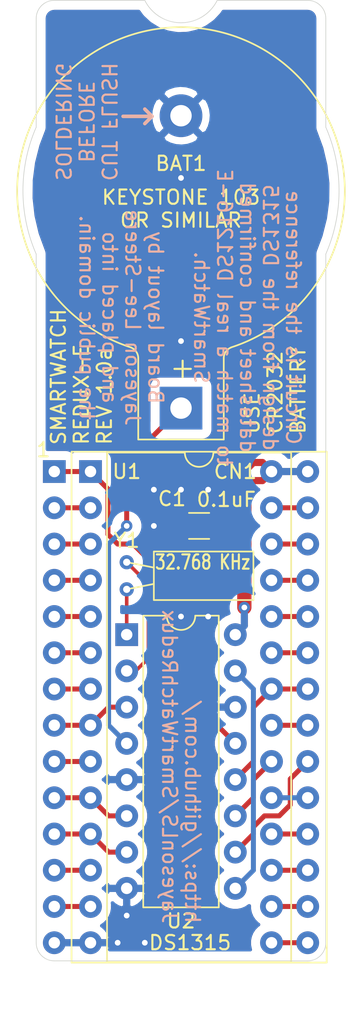
<source format=kicad_pcb>
(kicad_pcb (version 20171130) (host pcbnew "(5.1.9)-1")

  (general
    (thickness 1.6)
    (drawings 26)
    (tracks 133)
    (zones 0)
    (modules 6)
    (nets 34)
  )

  (page A4)
  (layers
    (0 F.Cu signal)
    (31 B.Cu signal)
    (32 B.Adhes user)
    (33 F.Adhes user)
    (34 B.Paste user)
    (35 F.Paste user)
    (36 B.SilkS user)
    (37 F.SilkS user)
    (38 B.Mask user)
    (39 F.Mask user)
    (40 Dwgs.User user)
    (41 Cmts.User user)
    (42 Eco1.User user)
    (43 Eco2.User user)
    (44 Edge.Cuts user)
    (45 Margin user)
    (46 B.CrtYd user)
    (47 F.CrtYd user)
    (48 B.Fab user)
    (49 F.Fab user)
  )

  (setup
    (last_trace_width 0.25)
    (user_trace_width 0.25)
    (user_trace_width 0.35)
    (user_trace_width 0.5)
    (user_trace_width 1)
    (trace_clearance 0.25)
    (zone_clearance 0.635)
    (zone_45_only no)
    (trace_min 0.2)
    (via_size 0.8)
    (via_drill 0.4)
    (via_min_size 0.4)
    (via_min_drill 0.3)
    (uvia_size 0.3)
    (uvia_drill 0.1)
    (uvias_allowed no)
    (uvia_min_size 0.2)
    (uvia_min_drill 0.1)
    (edge_width 0.05)
    (segment_width 0.2)
    (pcb_text_width 0.3)
    (pcb_text_size 1.5 1.5)
    (mod_edge_width 0.12)
    (mod_text_size 1 1)
    (mod_text_width 0.15)
    (pad_size 1.524 1.524)
    (pad_drill 0.762)
    (pad_to_mask_clearance 0)
    (aux_axis_origin 0 0)
    (visible_elements 7FFFFFFF)
    (pcbplotparams
      (layerselection 0x010f0_ffffffff)
      (usegerberextensions true)
      (usegerberattributes true)
      (usegerberadvancedattributes true)
      (creategerberjobfile false)
      (excludeedgelayer true)
      (linewidth 0.100000)
      (plotframeref false)
      (viasonmask false)
      (mode 1)
      (useauxorigin false)
      (hpglpennumber 1)
      (hpglpenspeed 20)
      (hpglpendiameter 15.000000)
      (psnegative false)
      (psa4output false)
      (plotreference true)
      (plotvalue true)
      (plotinvisibletext false)
      (padsonsilk true)
      (subtractmaskfromsilk false)
      (outputformat 1)
      (mirror false)
      (drillshape 0)
      (scaleselection 1)
      (outputdirectory "Gerber"))
  )

  (net 0 "")
  (net 1 "Net-(BAT1-Pad1)")
  (net 2 GND)
  (net 3 VCC)
  (net 4 "Net-(CN1-Pad27)")
  (net 5 "Net-(CN1-Pad13)")
  (net 6 "Net-(CN1-Pad26)")
  (net 7 "Net-(CN1-Pad12)")
  (net 8 "Net-(CN1-Pad25)")
  (net 9 "Net-(CN1-Pad11)")
  (net 10 "Net-(CN1-Pad24)")
  (net 11 "Net-(CN1-Pad10)")
  (net 12 "Net-(CN1-Pad23)")
  (net 13 "Net-(CN1-Pad9)")
  (net 14 "Net-(CN1-Pad22)")
  (net 15 "Net-(CN1-Pad8)")
  (net 16 "Net-(CN1-Pad21)")
  (net 17 "Net-(CN1-Pad7)")
  (net 18 "Net-(CN1-Pad20)")
  (net 19 "Net-(CN1-Pad6)")
  (net 20 "Net-(CN1-Pad19)")
  (net 21 "Net-(CN1-Pad5)")
  (net 22 "Net-(CN1-Pad18)")
  (net 23 "Net-(CN1-Pad4)")
  (net 24 "Net-(CN1-Pad17)")
  (net 25 "Net-(CN1-Pad3)")
  (net 26 "Net-(CN1-Pad16)")
  (net 27 "Net-(CN1-Pad2)")
  (net 28 "Net-(CN1-Pad15)")
  (net 29 "Net-(CN1-Pad1)")
  (net 30 "Net-(U1-Pad20)")
  (net 31 "Net-(U2-Pad15)")
  (net 32 /XTAL2)
  (net 33 /XTAL1)

  (net_class Default "This is the default net class."
    (clearance 0.25)
    (trace_width 0.35)
    (via_dia 0.8)
    (via_drill 0.4)
    (uvia_dia 0.3)
    (uvia_drill 0.1)
    (add_net "Net-(BAT1-Pad1)")
    (add_net "Net-(CN1-Pad1)")
    (add_net "Net-(CN1-Pad10)")
    (add_net "Net-(CN1-Pad11)")
    (add_net "Net-(CN1-Pad12)")
    (add_net "Net-(CN1-Pad13)")
    (add_net "Net-(CN1-Pad15)")
    (add_net "Net-(CN1-Pad16)")
    (add_net "Net-(CN1-Pad17)")
    (add_net "Net-(CN1-Pad18)")
    (add_net "Net-(CN1-Pad19)")
    (add_net "Net-(CN1-Pad2)")
    (add_net "Net-(CN1-Pad20)")
    (add_net "Net-(CN1-Pad21)")
    (add_net "Net-(CN1-Pad22)")
    (add_net "Net-(CN1-Pad23)")
    (add_net "Net-(CN1-Pad24)")
    (add_net "Net-(CN1-Pad25)")
    (add_net "Net-(CN1-Pad26)")
    (add_net "Net-(CN1-Pad27)")
    (add_net "Net-(CN1-Pad3)")
    (add_net "Net-(CN1-Pad4)")
    (add_net "Net-(CN1-Pad5)")
    (add_net "Net-(CN1-Pad6)")
    (add_net "Net-(CN1-Pad7)")
    (add_net "Net-(CN1-Pad8)")
    (add_net "Net-(CN1-Pad9)")
    (add_net "Net-(U1-Pad20)")
    (add_net "Net-(U2-Pad15)")
  )

  (net_class Crystal ""
    (clearance 0.25)
    (trace_width 0.25)
    (via_dia 0.8)
    (via_drill 0.4)
    (uvia_dia 0.3)
    (uvia_drill 0.1)
    (add_net /XTAL1)
    (add_net /XTAL2)
  )

  (net_class Power ""
    (clearance 0.25)
    (trace_width 0.5)
    (via_dia 0.8)
    (via_drill 0.4)
    (uvia_dia 0.3)
    (uvia_drill 0.1)
    (add_net GND)
    (add_net VCC)
  )

  (module Capacitor_SMD:C_1206_3216Metric (layer F.Cu) (tedit 5F68FEEE) (tstamp 60671BC2)
    (at 118.11 67.31 180)
    (descr "Capacitor SMD 1206 (3216 Metric), square (rectangular) end terminal, IPC_7351 nominal, (Body size source: IPC-SM-782 page 76, https://www.pcb-3d.com/wordpress/wp-content/uploads/ipc-sm-782a_amendment_1_and_2.pdf), generated with kicad-footprint-generator")
    (tags capacitor)
    (path /603370E2)
    (attr smd)
    (fp_text reference C1 (at 1.905 1.905) (layer F.SilkS)
      (effects (font (size 1 1) (thickness 0.15)))
    )
    (fp_text value 0.1uF (at -1.905 1.85) (layer F.SilkS)
      (effects (font (size 1 1) (thickness 0.15)))
    )
    (fp_line (start 2.3 1.15) (end -2.3 1.15) (layer F.CrtYd) (width 0.05))
    (fp_line (start 2.3 -1.15) (end 2.3 1.15) (layer F.CrtYd) (width 0.05))
    (fp_line (start -2.3 -1.15) (end 2.3 -1.15) (layer F.CrtYd) (width 0.05))
    (fp_line (start -2.3 1.15) (end -2.3 -1.15) (layer F.CrtYd) (width 0.05))
    (fp_line (start -0.711252 0.91) (end 0.711252 0.91) (layer F.SilkS) (width 0.12))
    (fp_line (start -0.711252 -0.91) (end 0.711252 -0.91) (layer F.SilkS) (width 0.12))
    (fp_line (start 1.6 0.8) (end -1.6 0.8) (layer F.Fab) (width 0.1))
    (fp_line (start 1.6 -0.8) (end 1.6 0.8) (layer F.Fab) (width 0.1))
    (fp_line (start -1.6 -0.8) (end 1.6 -0.8) (layer F.Fab) (width 0.1))
    (fp_line (start -1.6 0.8) (end -1.6 -0.8) (layer F.Fab) (width 0.1))
    (fp_text user %R (at 0 0) (layer F.Fab)
      (effects (font (size 0.8 0.8) (thickness 0.12)))
    )
    (pad 2 smd roundrect (at 1.475 0 180) (size 1.15 1.8) (layers F.Cu F.Paste F.Mask) (roundrect_rratio 0.217391)
      (net 2 GND))
    (pad 1 smd roundrect (at -1.475 0 180) (size 1.15 1.8) (layers F.Cu F.Paste F.Mask) (roundrect_rratio 0.217391)
      (net 3 VCC))
    (model ${KISYS3DMOD}/Capacitor_SMD.3dshapes/C_1206_3216Metric.wrl
      (at (xyz 0 0 0))
      (scale (xyz 1 1 1))
      (rotate (xyz 0 0 0))
    )
  )

  (module Battery:BatteryHolder_Keystone_103_1x20mm (layer F.Cu) (tedit 5787C32C) (tstamp 602AFA60)
    (at 116.84 59.055 90)
    (descr http://www.keyelco.com/product-pdf.cfm?p=719)
    (tags "Keystone type 103 battery holder")
    (path /602E2795)
    (fp_text reference BAT1 (at 17.145 0 180) (layer F.SilkS)
      (effects (font (size 1 1) (thickness 0.15)))
    )
    (fp_text value CR2032 (at 12.7 0 90) (layer F.Fab)
      (effects (font (size 1 1) (thickness 0.15)))
    )
    (fp_line (start -2.45 -3.25) (end 3.5 -3.25) (layer F.CrtYd) (width 0.05))
    (fp_line (start -2.45 3.25) (end 3.5 3.25) (layer F.CrtYd) (width 0.05))
    (fp_line (start -2.45 3.25) (end -2.45 -3.25) (layer F.CrtYd) (width 0.05))
    (fp_line (start -2.2 -3) (end 3.5 -3) (layer F.SilkS) (width 0.12))
    (fp_line (start -2.2 3) (end -2.2 -3) (layer F.SilkS) (width 0.12))
    (fp_line (start -2.2 3) (end 3.5 3) (layer F.SilkS) (width 0.12))
    (fp_line (start 23.5712 7.7216) (end 22.6568 6.8834) (layer F.Fab) (width 0.1))
    (fp_line (start 23.5712 -7.7216) (end 22.6314 -6.858) (layer F.Fab) (width 0.1))
    (fp_line (start 3.5306 -2.9) (end -1.7 -2.9) (layer F.Fab) (width 0.1))
    (fp_line (start -1.7 2.9) (end 3.5306 2.9) (layer F.Fab) (width 0.1))
    (fp_line (start -2.1 -2.5) (end -2.1 2.5) (layer F.Fab) (width 0.1))
    (fp_line (start 0 1.3) (end 16.2 1.3) (layer F.Fab) (width 0.1))
    (fp_line (start 16.2 -1.3) (end 0 -1.3) (layer F.Fab) (width 0.1))
    (fp_line (start 0 -1.3) (end 0 1.3) (layer F.Fab) (width 0.1))
    (fp_arc (start -1.7 -2.5) (end -2.1 -2.5) (angle 90) (layer F.Fab) (width 0.1))
    (fp_arc (start -1.7 2.5) (end -2.1 2.5) (angle -90) (layer F.Fab) (width 0.1))
    (fp_arc (start 16.2 0) (end 16.2 -1.3) (angle 180) (layer F.Fab) (width 0.1))
    (fp_arc (start 3.5 -3.8) (end 3.5 -2.9) (angle -70) (layer F.Fab) (width 0.1))
    (fp_arc (start 15.2 0) (end 5.2 -1.3) (angle 180) (layer F.Fab) (width 0.1))
    (fp_arc (start 15.2 0) (end 9 -1.3) (angle 170) (layer F.Fab) (width 0.1))
    (fp_arc (start 15.2 0) (end 13.3 -1.3) (angle 150) (layer F.Fab) (width 0.1))
    (fp_arc (start 15.2 0) (end 13.3 1.3) (angle -150) (layer F.Fab) (width 0.1))
    (fp_arc (start 15.2 0) (end 9 1.3) (angle -170) (layer F.Fab) (width 0.1))
    (fp_arc (start 15.2 0) (end 5.2 1.3) (angle -180) (layer F.Fab) (width 0.1))
    (fp_arc (start 15.2 0) (end 4.35 -3.5) (angle 162.5) (layer F.Fab) (width 0.1))
    (fp_arc (start 15.2 0) (end 4.35 3.5) (angle -162.5) (layer F.Fab) (width 0.1))
    (fp_arc (start 3.5 3.8) (end 3.5 2.9) (angle 70) (layer F.Fab) (width 0.1))
    (fp_arc (start 3.5 -3.8) (end 3.5 -3) (angle -70) (layer F.SilkS) (width 0.12))
    (fp_arc (start 15.2 0) (end 4.25 -3.5) (angle 162.5) (layer F.SilkS) (width 0.12))
    (fp_arc (start 3.5 3.8) (end 3.5 3) (angle 70) (layer F.SilkS) (width 0.12))
    (fp_arc (start 15.2 0) (end 4.25 3.5) (angle -162.5) (layer F.SilkS) (width 0.12))
    (fp_arc (start 3.5 -3.8) (end 3.5 -3.25) (angle -70) (layer F.CrtYd) (width 0.05))
    (fp_arc (start 3.5 3.8) (end 3.5 3.25) (angle 70) (layer F.CrtYd) (width 0.05))
    (fp_arc (start 15.2 0) (end 4.01 -3.6) (angle 162.5) (layer F.CrtYd) (width 0.05))
    (fp_arc (start 15.2 0) (end 4.01 3.6) (angle -162.5) (layer F.CrtYd) (width 0.05))
    (fp_text user %R (at 0 0 90) (layer F.Fab)
      (effects (font (size 1 1) (thickness 0.15)))
    )
    (fp_text user + (at 2.75 0 90) (layer F.SilkS)
      (effects (font (size 1.5 1.5) (thickness 0.15)))
    )
    (pad 1 thru_hole rect (at 0 0 90) (size 3 3) (drill 1.5) (layers *.Cu *.Mask)
      (net 1 "Net-(BAT1-Pad1)"))
    (pad 2 thru_hole circle (at 20.49 0 90) (size 3 3) (drill 1.5) (layers *.Cu *.Mask)
      (net 2 GND))
    (model ${KISYS3DMOD}/Battery.3dshapes/BatteryHolder_Keystone_103_1x20mm.wrl
      (at (xyz 0 0 0))
      (scale (xyz 1 1 1))
      (rotate (xyz 0 0 0))
    )
  )

  (module Package_DIP:DIP-28_W15.24mm (layer F.Cu) (tedit 602AA3DE) (tstamp 602B42B5)
    (at 107.95 63.5)
    (descr "28-lead though-hole mounted DIP package, row spacing 15.24 mm (600 mils)")
    (tags "THT DIP DIL PDIP 2.54mm 15.24mm 600mil")
    (path /60349462)
    (fp_text reference CN1 (at 12.7 0) (layer F.SilkS)
      (effects (font (size 1 1) (thickness 0.15)))
    )
    (fp_text value 27C256Socket (at 2.54 35.56) (layer F.Fab)
      (effects (font (size 1 1) (thickness 0.15)))
    )
    (fp_line (start 1.255 -1.27) (end 14.985 -1.27) (layer F.Fab) (width 0.1))
    (fp_line (start 14.985 -1.27) (end 14.985 34.29) (layer F.Fab) (width 0.1))
    (fp_line (start 14.985 34.29) (end 0.255 34.29) (layer F.Fab) (width 0.1))
    (fp_line (start 0.255 34.29) (end 0.255 -0.27) (layer F.Fab) (width 0.1))
    (fp_line (start 0.255 -0.27) (end 1.255 -1.27) (layer F.Fab) (width 0.1))
    (fp_text user %R (at 7.62 16.51) (layer F.Fab)
      (effects (font (size 1 1) (thickness 0.15)))
    )
    (pad 28 thru_hole oval (at 15.24 0) (size 1.6 1.6) (drill 0.8) (layers *.Cu *.Mask)
      (net 3 VCC))
    (pad 14 thru_hole oval (at 0 33.02) (size 1.6 1.6) (drill 0.8) (layers *.Cu *.Mask)
      (net 2 GND))
    (pad 27 thru_hole oval (at 15.24 2.54) (size 1.6 1.6) (drill 0.8) (layers *.Cu *.Mask)
      (net 4 "Net-(CN1-Pad27)"))
    (pad 13 thru_hole oval (at 0 30.48) (size 1.6 1.6) (drill 0.8) (layers *.Cu *.Mask)
      (net 5 "Net-(CN1-Pad13)"))
    (pad 26 thru_hole oval (at 15.24 5.08) (size 1.6 1.6) (drill 0.8) (layers *.Cu *.Mask)
      (net 6 "Net-(CN1-Pad26)"))
    (pad 12 thru_hole oval (at 0 27.94) (size 1.6 1.6) (drill 0.8) (layers *.Cu *.Mask)
      (net 7 "Net-(CN1-Pad12)"))
    (pad 25 thru_hole oval (at 15.24 7.62) (size 1.6 1.6) (drill 0.8) (layers *.Cu *.Mask)
      (net 8 "Net-(CN1-Pad25)"))
    (pad 11 thru_hole oval (at 0 25.4) (size 1.6 1.6) (drill 0.8) (layers *.Cu *.Mask)
      (net 9 "Net-(CN1-Pad11)"))
    (pad 24 thru_hole oval (at 15.24 10.16) (size 1.6 1.6) (drill 0.8) (layers *.Cu *.Mask)
      (net 10 "Net-(CN1-Pad24)"))
    (pad 10 thru_hole oval (at 0 22.86) (size 1.6 1.6) (drill 0.8) (layers *.Cu *.Mask)
      (net 11 "Net-(CN1-Pad10)"))
    (pad 23 thru_hole oval (at 15.24 12.7) (size 1.6 1.6) (drill 0.8) (layers *.Cu *.Mask)
      (net 12 "Net-(CN1-Pad23)"))
    (pad 9 thru_hole oval (at 0 20.32) (size 1.6 1.6) (drill 0.8) (layers *.Cu *.Mask)
      (net 13 "Net-(CN1-Pad9)"))
    (pad 22 thru_hole oval (at 15.24 15.24) (size 1.6 1.6) (drill 0.8) (layers *.Cu *.Mask)
      (net 14 "Net-(CN1-Pad22)"))
    (pad 8 thru_hole oval (at 0 17.78) (size 1.6 1.6) (drill 0.8) (layers *.Cu *.Mask)
      (net 15 "Net-(CN1-Pad8)"))
    (pad 21 thru_hole oval (at 15.24 17.78) (size 1.6 1.6) (drill 0.8) (layers *.Cu *.Mask)
      (net 16 "Net-(CN1-Pad21)"))
    (pad 7 thru_hole oval (at 0 15.24) (size 1.6 1.6) (drill 0.8) (layers *.Cu *.Mask)
      (net 17 "Net-(CN1-Pad7)"))
    (pad 20 thru_hole oval (at 15.24 20.32) (size 1.6 1.6) (drill 0.8) (layers *.Cu *.Mask)
      (net 18 "Net-(CN1-Pad20)"))
    (pad 6 thru_hole oval (at 0 12.7) (size 1.6 1.6) (drill 0.8) (layers *.Cu *.Mask)
      (net 19 "Net-(CN1-Pad6)"))
    (pad 19 thru_hole oval (at 15.24 22.86) (size 1.6 1.6) (drill 0.8) (layers *.Cu *.Mask)
      (net 20 "Net-(CN1-Pad19)"))
    (pad 5 thru_hole oval (at 0 10.16) (size 1.6 1.6) (drill 0.8) (layers *.Cu *.Mask)
      (net 21 "Net-(CN1-Pad5)"))
    (pad 18 thru_hole oval (at 15.24 25.4) (size 1.6 1.6) (drill 0.8) (layers *.Cu *.Mask)
      (net 22 "Net-(CN1-Pad18)"))
    (pad 4 thru_hole oval (at 0 7.62) (size 1.6 1.6) (drill 0.8) (layers *.Cu *.Mask)
      (net 23 "Net-(CN1-Pad4)"))
    (pad 17 thru_hole oval (at 15.24 27.94) (size 1.6 1.6) (drill 0.8) (layers *.Cu *.Mask)
      (net 24 "Net-(CN1-Pad17)"))
    (pad 3 thru_hole oval (at 0 5.08) (size 1.6 1.6) (drill 0.8) (layers *.Cu *.Mask)
      (net 25 "Net-(CN1-Pad3)"))
    (pad 16 thru_hole oval (at 15.24 30.48) (size 1.6 1.6) (drill 0.8) (layers *.Cu *.Mask)
      (net 26 "Net-(CN1-Pad16)"))
    (pad 2 thru_hole oval (at 0 2.54) (size 1.6 1.6) (drill 0.8) (layers *.Cu *.Mask)
      (net 27 "Net-(CN1-Pad2)"))
    (pad 15 thru_hole oval (at 15.24 33.02) (size 1.6 1.6) (drill 0.8) (layers *.Cu *.Mask)
      (net 28 "Net-(CN1-Pad15)"))
    (pad 1 thru_hole rect (at 0 0) (size 1.6 1.6) (drill 0.8) (layers *.Cu *.Mask)
      (net 29 "Net-(CN1-Pad1)"))
    (model ${KISYS3DMOD}/Connector_PinHeader_2.54mm.3dshapes/PinHeader_1x14_P2.54mm_Vertical.wrl
      (offset (xyz 0 0 -1.8))
      (scale (xyz 1 1 1))
      (rotate (xyz 0 180 0))
    )
    (model ${KISYS3DMOD}/Connector_PinHeader_2.54mm.3dshapes/PinHeader_1x14_P2.54mm_Vertical.wrl
      (offset (xyz 15.24 0 -1.8))
      (scale (xyz 1 1 1))
      (rotate (xyz 0 180 0))
    )
  )

  (module Crystal:Crystal_C38-LF_D3.0mm_L8.0mm_Horizontal (layer F.Cu) (tedit 602AA266) (tstamp 602AFB10)
    (at 113.03 71.755 90)
    (descr "Crystal THT C38-LF 8.0mm length 3.0mm diameter")
    (tags ['C38-LF'])
    (path /602FB912)
    (fp_text reference Y1 (at 3.429 0 180) (layer F.SilkS)
      (effects (font (size 1 1) (thickness 0.15)))
    )
    (fp_text value "32.768 KHz" (at 1.905 5.334 180) (layer F.SilkS)
      (effects (font (size 1 0.75) (thickness 0.15)))
    )
    (fp_line (start 1.905 0) (end 1.524 1.905) (layer F.SilkS) (width 0.12))
    (fp_line (start 0 0) (end 0.381 1.905) (layer F.SilkS) (width 0.12))
    (fp_line (start -0.75 1.905) (end -0.75 8.89) (layer F.SilkS) (width 0.12))
    (fp_line (start 2.65 8.89) (end 2.65 1.905) (layer F.SilkS) (width 0.12))
    (fp_line (start 3.2 -0.8) (end -1.3 -0.8) (layer F.CrtYd) (width 0.05))
    (fp_line (start 3.2 11.3) (end 3.2 -0.8) (layer F.CrtYd) (width 0.05))
    (fp_line (start -1.3 11.3) (end 3.2 11.3) (layer F.CrtYd) (width 0.05))
    (fp_line (start -1.3 -0.8) (end -1.3 11.3) (layer F.CrtYd) (width 0.05))
    (fp_line (start 2.65 1.905) (end -0.75 1.905) (layer F.SilkS) (width 0.12))
    (fp_line (start -0.75 8.89) (end 2.65 8.89) (layer F.SilkS) (width 0.12))
    (fp_line (start 1.9 1.25) (end 1.9 0) (layer F.Fab) (width 0.1))
    (fp_line (start 1.495 2.5) (end 1.9 1.25) (layer F.Fab) (width 0.1))
    (fp_line (start 0 1.25) (end 0 0) (layer F.Fab) (width 0.1))
    (fp_line (start 0.405 2.5) (end 0 1.25) (layer F.Fab) (width 0.1))
    (fp_line (start 2.45 2.5) (end -0.55 2.5) (layer F.Fab) (width 0.1))
    (fp_line (start 2.45 10.5) (end 2.45 2.5) (layer F.Fab) (width 0.1))
    (fp_line (start -0.55 10.5) (end 2.45 10.5) (layer F.Fab) (width 0.1))
    (fp_line (start -0.55 2.5) (end -0.55 10.5) (layer F.Fab) (width 0.1))
    (fp_text user %R (at 1.25 6.5 180) (layer F.Fab)
      (effects (font (size 0.7 0.7) (thickness 0.105)))
    )
    (pad 1 thru_hole circle (at 0 0 90) (size 1 1) (drill 0.5) (layers *.Cu *.Mask)
      (net 33 /XTAL1))
    (pad 2 thru_hole circle (at 1.9 0 90) (size 1 1) (drill 0.5) (layers *.Cu *.Mask)
      (net 32 /XTAL2))
    (model ${KISYS3DMOD}/Crystal.3dshapes/Crystal_C26-LF_D2.1mm_L6.5mm_Horizontal_1EP_style1.wrl
      (at (xyz 0 0 0))
      (scale (xyz 1 1 1))
      (rotate (xyz 0 0 0))
    )
  )

  (module Package_DIP:DIP-28_W15.24mm_Socket (layer F.Cu) (tedit 5A02E8C5) (tstamp 602B19A6)
    (at 110.49 63.5)
    (descr "28-lead though-hole mounted DIP package, row spacing 15.24 mm (600 mils), Socket")
    (tags "THT DIP DIL PDIP 2.54mm 15.24mm 600mil Socket")
    (path /602ADC06)
    (fp_text reference U1 (at 2.54 0) (layer F.SilkS)
      (effects (font (size 1 1) (thickness 0.15)))
    )
    (fp_text value ROM (at 5.08 0) (layer F.Fab)
      (effects (font (size 1 1) (thickness 0.15)))
    )
    (fp_line (start 1.255 -1.27) (end 14.985 -1.27) (layer F.Fab) (width 0.1))
    (fp_line (start 14.985 -1.27) (end 14.985 34.29) (layer F.Fab) (width 0.1))
    (fp_line (start 14.985 34.29) (end 0.255 34.29) (layer F.Fab) (width 0.1))
    (fp_line (start 0.255 34.29) (end 0.255 -0.27) (layer F.Fab) (width 0.1))
    (fp_line (start 0.255 -0.27) (end 1.255 -1.27) (layer F.Fab) (width 0.1))
    (fp_line (start -1.27 -1.33) (end -1.27 34.35) (layer F.Fab) (width 0.1))
    (fp_line (start -1.27 34.35) (end 16.51 34.35) (layer F.Fab) (width 0.1))
    (fp_line (start 16.51 34.35) (end 16.51 -1.33) (layer F.Fab) (width 0.1))
    (fp_line (start 16.51 -1.33) (end -1.27 -1.33) (layer F.Fab) (width 0.1))
    (fp_line (start 6.62 -1.33) (end 1.16 -1.33) (layer F.SilkS) (width 0.12))
    (fp_line (start 1.16 -1.33) (end 1.16 34.35) (layer F.SilkS) (width 0.12))
    (fp_line (start 1.16 34.35) (end 14.08 34.35) (layer F.SilkS) (width 0.12))
    (fp_line (start 14.08 34.35) (end 14.08 -1.33) (layer F.SilkS) (width 0.12))
    (fp_line (start 14.08 -1.33) (end 8.62 -1.33) (layer F.SilkS) (width 0.12))
    (fp_line (start -1.33 -1.39) (end -1.33 34.41) (layer F.SilkS) (width 0.12))
    (fp_line (start -1.33 34.41) (end 16.57 34.41) (layer F.SilkS) (width 0.12))
    (fp_line (start 16.57 34.41) (end 16.57 -1.39) (layer F.SilkS) (width 0.12))
    (fp_line (start 16.57 -1.39) (end -1.33 -1.39) (layer F.SilkS) (width 0.12))
    (fp_line (start -1.55 -1.6) (end -1.55 34.65) (layer F.CrtYd) (width 0.05))
    (fp_line (start -1.55 34.65) (end 16.8 34.65) (layer F.CrtYd) (width 0.05))
    (fp_line (start 16.8 34.65) (end 16.8 -1.6) (layer F.CrtYd) (width 0.05))
    (fp_line (start 16.8 -1.6) (end -1.55 -1.6) (layer F.CrtYd) (width 0.05))
    (fp_text user %R (at 7.62 16.51) (layer F.Fab)
      (effects (font (size 1 1) (thickness 0.15)))
    )
    (fp_arc (start 7.62 -1.33) (end 6.62 -1.33) (angle -180) (layer F.SilkS) (width 0.12))
    (pad 28 thru_hole oval (at 15.24 0) (size 1.6 1.6) (drill 0.8) (layers *.Cu *.Mask)
      (net 3 VCC))
    (pad 14 thru_hole oval (at 0 33.02) (size 1.6 1.6) (drill 0.8) (layers *.Cu *.Mask)
      (net 2 GND))
    (pad 27 thru_hole oval (at 15.24 2.54) (size 1.6 1.6) (drill 0.8) (layers *.Cu *.Mask)
      (net 4 "Net-(CN1-Pad27)"))
    (pad 13 thru_hole oval (at 0 30.48) (size 1.6 1.6) (drill 0.8) (layers *.Cu *.Mask)
      (net 5 "Net-(CN1-Pad13)"))
    (pad 26 thru_hole oval (at 15.24 5.08) (size 1.6 1.6) (drill 0.8) (layers *.Cu *.Mask)
      (net 6 "Net-(CN1-Pad26)"))
    (pad 12 thru_hole oval (at 0 27.94) (size 1.6 1.6) (drill 0.8) (layers *.Cu *.Mask)
      (net 7 "Net-(CN1-Pad12)"))
    (pad 25 thru_hole oval (at 15.24 7.62) (size 1.6 1.6) (drill 0.8) (layers *.Cu *.Mask)
      (net 8 "Net-(CN1-Pad25)"))
    (pad 11 thru_hole oval (at 0 25.4) (size 1.6 1.6) (drill 0.8) (layers *.Cu *.Mask)
      (net 9 "Net-(CN1-Pad11)"))
    (pad 24 thru_hole oval (at 15.24 10.16) (size 1.6 1.6) (drill 0.8) (layers *.Cu *.Mask)
      (net 10 "Net-(CN1-Pad24)"))
    (pad 10 thru_hole oval (at 0 22.86) (size 1.6 1.6) (drill 0.8) (layers *.Cu *.Mask)
      (net 11 "Net-(CN1-Pad10)"))
    (pad 23 thru_hole oval (at 15.24 12.7) (size 1.6 1.6) (drill 0.8) (layers *.Cu *.Mask)
      (net 12 "Net-(CN1-Pad23)"))
    (pad 9 thru_hole oval (at 0 20.32) (size 1.6 1.6) (drill 0.8) (layers *.Cu *.Mask)
      (net 13 "Net-(CN1-Pad9)"))
    (pad 22 thru_hole oval (at 15.24 15.24) (size 1.6 1.6) (drill 0.8) (layers *.Cu *.Mask)
      (net 14 "Net-(CN1-Pad22)"))
    (pad 8 thru_hole oval (at 0 17.78) (size 1.6 1.6) (drill 0.8) (layers *.Cu *.Mask)
      (net 15 "Net-(CN1-Pad8)"))
    (pad 21 thru_hole oval (at 15.24 17.78) (size 1.6 1.6) (drill 0.8) (layers *.Cu *.Mask)
      (net 16 "Net-(CN1-Pad21)"))
    (pad 7 thru_hole oval (at 0 15.24) (size 1.6 1.6) (drill 0.8) (layers *.Cu *.Mask)
      (net 17 "Net-(CN1-Pad7)"))
    (pad 20 thru_hole oval (at 15.24 20.32) (size 1.6 1.6) (drill 0.8) (layers *.Cu *.Mask)
      (net 30 "Net-(U1-Pad20)"))
    (pad 6 thru_hole oval (at 0 12.7) (size 1.6 1.6) (drill 0.8) (layers *.Cu *.Mask)
      (net 19 "Net-(CN1-Pad6)"))
    (pad 19 thru_hole oval (at 15.24 22.86) (size 1.6 1.6) (drill 0.8) (layers *.Cu *.Mask)
      (net 20 "Net-(CN1-Pad19)"))
    (pad 5 thru_hole oval (at 0 10.16) (size 1.6 1.6) (drill 0.8) (layers *.Cu *.Mask)
      (net 21 "Net-(CN1-Pad5)"))
    (pad 18 thru_hole oval (at 15.24 25.4) (size 1.6 1.6) (drill 0.8) (layers *.Cu *.Mask)
      (net 22 "Net-(CN1-Pad18)"))
    (pad 4 thru_hole oval (at 0 7.62) (size 1.6 1.6) (drill 0.8) (layers *.Cu *.Mask)
      (net 23 "Net-(CN1-Pad4)"))
    (pad 17 thru_hole oval (at 15.24 27.94) (size 1.6 1.6) (drill 0.8) (layers *.Cu *.Mask)
      (net 24 "Net-(CN1-Pad17)"))
    (pad 3 thru_hole oval (at 0 5.08) (size 1.6 1.6) (drill 0.8) (layers *.Cu *.Mask)
      (net 25 "Net-(CN1-Pad3)"))
    (pad 16 thru_hole oval (at 15.24 30.48) (size 1.6 1.6) (drill 0.8) (layers *.Cu *.Mask)
      (net 26 "Net-(CN1-Pad16)"))
    (pad 2 thru_hole oval (at 0 2.54) (size 1.6 1.6) (drill 0.8) (layers *.Cu *.Mask)
      (net 27 "Net-(CN1-Pad2)"))
    (pad 15 thru_hole oval (at 15.24 33.02) (size 1.6 1.6) (drill 0.8) (layers *.Cu *.Mask)
      (net 28 "Net-(CN1-Pad15)"))
    (pad 1 thru_hole rect (at 0 0) (size 1.6 1.6) (drill 0.8) (layers *.Cu *.Mask)
      (net 29 "Net-(CN1-Pad1)"))
    (model ${KISYS3DMOD}/Package_DIP.3dshapes/DIP-28_W15.24mm_Socket.wrl
      (at (xyz 0 0 0))
      (scale (xyz 1 1 1))
      (rotate (xyz 0 0 0))
    )
  )

  (module Package_DIP:DIP-16_W7.62mm (layer F.Cu) (tedit 5A02E8C5) (tstamp 602AFAF5)
    (at 113.03 74.93)
    (descr "16-lead though-hole mounted DIP package, row spacing 7.62 mm (300 mils)")
    (tags "THT DIP DIL PDIP 2.54mm 7.62mm 300mil")
    (path /602D5EFC)
    (fp_text reference U2 (at 3.81 20.066) (layer F.SilkS)
      (effects (font (size 1 1) (thickness 0.15)))
    )
    (fp_text value DS1315 (at 4.445 21.59 180) (layer F.SilkS)
      (effects (font (size 1 1) (thickness 0.15)))
    )
    (fp_line (start 1.635 -1.27) (end 6.985 -1.27) (layer F.Fab) (width 0.1))
    (fp_line (start 6.985 -1.27) (end 6.985 19.05) (layer F.Fab) (width 0.1))
    (fp_line (start 6.985 19.05) (end 0.635 19.05) (layer F.Fab) (width 0.1))
    (fp_line (start 0.635 19.05) (end 0.635 -0.27) (layer F.Fab) (width 0.1))
    (fp_line (start 0.635 -0.27) (end 1.635 -1.27) (layer F.Fab) (width 0.1))
    (fp_line (start 2.81 -1.33) (end 1.16 -1.33) (layer F.SilkS) (width 0.12))
    (fp_line (start 1.16 -1.33) (end 1.16 19.11) (layer F.SilkS) (width 0.12))
    (fp_line (start 1.16 19.11) (end 6.46 19.11) (layer F.SilkS) (width 0.12))
    (fp_line (start 6.46 19.11) (end 6.46 -1.33) (layer F.SilkS) (width 0.12))
    (fp_line (start 6.46 -1.33) (end 4.81 -1.33) (layer F.SilkS) (width 0.12))
    (fp_line (start -1.1 -1.55) (end -1.1 19.3) (layer F.CrtYd) (width 0.05))
    (fp_line (start -1.1 19.3) (end 8.7 19.3) (layer F.CrtYd) (width 0.05))
    (fp_line (start 8.7 19.3) (end 8.7 -1.55) (layer F.CrtYd) (width 0.05))
    (fp_line (start 8.7 -1.55) (end -1.1 -1.55) (layer F.CrtYd) (width 0.05))
    (fp_text user %R (at 3.81 7.62) (layer F.Fab)
      (effects (font (size 1 1) (thickness 0.15)))
    )
    (fp_arc (start 3.81 -1.33) (end 2.81 -1.33) (angle -180) (layer F.SilkS) (width 0.12))
    (pad 16 thru_hole oval (at 7.62 0) (size 1.6 1.6) (drill 0.8) (layers *.Cu *.Mask)
      (net 3 VCC))
    (pad 8 thru_hole oval (at 0 17.78) (size 1.6 1.6) (drill 0.8) (layers *.Cu *.Mask)
      (net 2 GND))
    (pad 15 thru_hole oval (at 7.62 2.54) (size 1.6 1.6) (drill 0.8) (layers *.Cu *.Mask)
      (net 31 "Net-(U2-Pad15)"))
    (pad 7 thru_hole oval (at 0 15.24) (size 1.6 1.6) (drill 0.8) (layers *.Cu *.Mask)
      (net 9 "Net-(CN1-Pad11)"))
    (pad 14 thru_hole oval (at 7.62 5.08) (size 1.6 1.6) (drill 0.8) (layers *.Cu *.Mask)
      (net 2 GND))
    (pad 6 thru_hole oval (at 0 12.7) (size 1.6 1.6) (drill 0.8) (layers *.Cu *.Mask)
      (net 11 "Net-(CN1-Pad10)"))
    (pad 13 thru_hole oval (at 7.62 7.62) (size 1.6 1.6) (drill 0.8) (layers *.Cu *.Mask)
      (net 29 "Net-(CN1-Pad1)"))
    (pad 5 thru_hole oval (at 0 10.16) (size 1.6 1.6) (drill 0.8) (layers *.Cu *.Mask)
      (net 2 GND))
    (pad 12 thru_hole oval (at 7.62 10.16) (size 1.6 1.6) (drill 0.8) (layers *.Cu *.Mask)
      (net 14 "Net-(CN1-Pad22)"))
    (pad 4 thru_hole oval (at 0 7.62) (size 1.6 1.6) (drill 0.8) (layers *.Cu *.Mask)
      (net 1 "Net-(BAT1-Pad1)"))
    (pad 11 thru_hole oval (at 7.62 12.7) (size 1.6 1.6) (drill 0.8) (layers *.Cu *.Mask)
      (net 18 "Net-(CN1-Pad20)"))
    (pad 3 thru_hole oval (at 0 5.08) (size 1.6 1.6) (drill 0.8) (layers *.Cu *.Mask)
      (net 15 "Net-(CN1-Pad8)"))
    (pad 10 thru_hole oval (at 7.62 15.24) (size 1.6 1.6) (drill 0.8) (layers *.Cu *.Mask)
      (net 30 "Net-(U1-Pad20)"))
    (pad 2 thru_hole oval (at 0 2.54) (size 1.6 1.6) (drill 0.8) (layers *.Cu *.Mask)
      (net 32 /XTAL2))
    (pad 9 thru_hole oval (at 7.62 17.78) (size 1.6 1.6) (drill 0.8) (layers *.Cu *.Mask)
      (net 31 "Net-(U2-Pad15)"))
    (pad 1 thru_hole rect (at 0 0) (size 1.6 1.6) (drill 0.8) (layers *.Cu *.Mask)
      (net 33 /XTAL1))
    (model ${KISYS3DMOD}/Package_DIP.3dshapes/DIP-16_W7.62mm.wrl
      (at (xyz 0 0 0))
      (scale (xyz 1 1 1))
      (rotate (xyz 0 0 0))
    )
  )

  (gr_text 1 (at 107.188 61.976) (layer F.SilkS)
    (effects (font (size 1 1) (thickness 0.15)))
  )
  (gr_line (start 112.776 38.608) (end 114.808 38.608) (layer B.SilkS) (width 0.25) (tstamp 6066F680))
  (gr_line (start 114.808 38.608) (end 114.3 39.116) (layer B.SilkS) (width 0.25))
  (gr_line (start 114.808 38.608) (end 114.3 38.1) (layer B.SilkS) (width 0.25))
  (gr_line (start 106.68 49.53) (end 106.680001 48.26) (layer Edge.Cuts) (width 0.05) (tstamp 6066EF5C))
  (gr_line (start 127 49.53) (end 126.999999 48.259999) (layer Edge.Cuts) (width 0.05) (tstamp 6066EF59))
  (gr_line (start 126.999999 39.37) (end 127 31.75) (layer Edge.Cuts) (width 0.05) (tstamp 6066EF56))
  (gr_line (start 106.680001 39.370001) (end 106.68 31.75) (layer Edge.Cuts) (width 0.05) (tstamp 6066EF4B))
  (gr_arc (start 116.84 43.815) (end 126.999999 48.259999) (angle -47.25875546) (layer Edge.Cuts) (width 0.05))
  (gr_arc (start 116.84 43.815) (end 106.680001 39.370001) (angle -47.25875546) (layer Edge.Cuts) (width 0.05))
  (gr_arc (start 125.73 31.75) (end 127 31.75) (angle -90) (layer Edge.Cuts) (width 0.05))
  (gr_arc (start 107.95 31.75) (end 107.95 30.48) (angle -90) (layer Edge.Cuts) (width 0.05))
  (gr_line (start 107.95 30.48) (end 114.3 30.48) (layer Edge.Cuts) (width 0.05))
  (gr_line (start 125.73 30.48) (end 119.38 30.48) (layer Edge.Cuts) (width 0.05))
  (gr_arc (start 116.84 29.21) (end 114.300001 30.479999) (angle -126.8698976) (layer Edge.Cuts) (width 0.05))
  (gr_text "CUT FLUSH\nBEFORE\nSOLDERING" (at 110.1725 38.989 -90) (layer B.SilkS)
    (effects (font (size 1 1) (thickness 0.15)) (justify mirror))
  )
  (gr_text "https://github.com/\nJayesonLS/SmartWatchRedux" (at 116.84 95.25 -90) (layer B.SilkS)
    (effects (font (size 1 1) (thickness 0.15)) (justify left mirror))
  )
  (gr_text "Circuit is the reference\ndesign from the DS1315\ndatasheet and confirmed\nto match a real DS1216-E\nSmartWatch.\n\nBoard layout by\nJayeson Lee-Steere\nand placed into\nthe public domain.\n" (at 117.475 52.705 -90) (layer B.SilkS)
    (effects (font (size 1 1) (thickness 0.15)) (justify mirror))
  )
  (gr_text "SMARTWATCH\nREDUX-E\nREV 1.0a" (at 109.855 61.722 90) (layer F.SilkS)
    (effects (font (size 1 1) (thickness 0.15)) (justify left))
  )
  (gr_text "USE\nCR2032\nBATTERY" (at 123.444 60.96 90) (layer F.SilkS)
    (effects (font (size 1 1) (thickness 0.15)) (justify left))
  )
  (gr_text "KEYSTONE 103\nOR SIMILAR" (at 116.84 45.085) (layer F.SilkS)
    (effects (font (size 1 1) (thickness 0.15)))
  )
  (gr_line (start 125.73 97.79) (end 107.95 97.79) (layer Edge.Cuts) (width 0.05) (tstamp 602B02FC))
  (gr_arc (start 125.73 96.52) (end 125.73 97.79) (angle -90) (layer Edge.Cuts) (width 0.05))
  (gr_arc (start 107.95 96.52) (end 106.68 96.52) (angle -90) (layer Edge.Cuts) (width 0.05))
  (gr_line (start 106.68 96.52) (end 106.68 49.53) (layer Edge.Cuts) (width 0.05))
  (gr_line (start 127 96.52) (end 127 49.53) (layer Edge.Cuts) (width 0.05))

  (via (at 113.03 67.31) (size 0.8) (drill 0.4) (layers F.Cu B.Cu) (net 1))
  (segment (start 113.03 62.865) (end 116.84 59.055) (width 0.35) (layer F.Cu) (net 1))
  (segment (start 113.03 67.31) (end 113.03 62.865) (width 0.35) (layer F.Cu) (net 1))
  (segment (start 111.76 68.58) (end 113.03 67.31) (width 0.35) (layer B.Cu) (net 1))
  (segment (start 111.76 81.28) (end 111.76 68.58) (width 0.35) (layer B.Cu) (net 1))
  (segment (start 113.03 82.55) (end 111.76 81.28) (width 0.35) (layer B.Cu) (net 1))
  (segment (start 107.95 96.52) (end 110.49 96.52) (width 0.5) (layer F.Cu) (net 2))
  (via (at 114.935 64.77) (size 0.8) (drill 0.4) (layers F.Cu B.Cu) (net 2))
  (segment (start 114.935 64.77) (end 116.84 64.77) (width 0.5) (layer F.Cu) (net 2))
  (via (at 116.84 64.77) (size 0.8) (drill 0.4) (layers F.Cu B.Cu) (net 2))
  (segment (start 116.84 64.77) (end 118.745 64.77) (width 0.5) (layer F.Cu) (net 2))
  (via (at 118.745 64.77) (size 0.8) (drill 0.4) (layers F.Cu B.Cu) (net 2))
  (via (at 112.395 96.52) (size 0.8) (drill 0.4) (layers F.Cu B.Cu) (net 2))
  (segment (start 110.49 96.52) (end 112.395 96.52) (width 0.5) (layer F.Cu) (net 2))
  (via (at 114.3 96.52) (size 0.8) (drill 0.4) (layers F.Cu B.Cu) (net 2))
  (segment (start 112.395 96.52) (end 114.3 96.52) (width 0.5) (layer F.Cu) (net 2))
  (via (at 116.84 73.66) (size 0.8) (drill 0.4) (layers F.Cu B.Cu) (net 2))
  (segment (start 116.84 69.85) (end 116.84 73.66) (width 0.5) (layer F.Cu) (net 2))
  (via (at 118.745 73.66) (size 0.8) (drill 0.4) (layers F.Cu B.Cu) (net 2))
  (segment (start 116.84 73.66) (end 118.745 73.66) (width 0.5) (layer F.Cu) (net 2))
  (via (at 114.935 67.31) (size 0.8) (drill 0.4) (layers F.Cu B.Cu) (net 2))
  (segment (start 114.935 64.77) (end 114.935 67.31) (width 0.5) (layer F.Cu) (net 2))
  (segment (start 114.3 41.105) (end 116.84 38.565) (width 0.5) (layer B.Cu) (net 2))
  (via (at 116.84 42.926) (size 0.8) (drill 0.4) (layers F.Cu B.Cu) (net 2))
  (segment (start 116.84 42.926) (end 116.84 54.356) (width 0.5) (layer B.Cu) (net 2))
  (via (at 116.84 54.356) (size 0.8) (drill 0.4) (layers F.Cu B.Cu) (net 2))
  (segment (start 116.121 42.926) (end 114.3 41.105) (width 0.5) (layer B.Cu) (net 2))
  (segment (start 116.84 42.926) (end 116.121 42.926) (width 0.5) (layer B.Cu) (net 2))
  (via (at 113.03 94.615) (size 0.8) (drill 0.4) (layers F.Cu B.Cu) (net 2))
  (segment (start 113.03 92.71) (end 113.03 94.615) (width 0.5) (layer F.Cu) (net 2))
  (segment (start 116.635 64.975) (end 116.84 64.77) (width 0.5) (layer F.Cu) (net 2))
  (segment (start 116.635 67.31) (end 116.635 64.975) (width 0.5) (layer F.Cu) (net 2))
  (segment (start 116.635 69.645) (end 116.84 69.85) (width 0.5) (layer F.Cu) (net 2))
  (segment (start 116.635 67.31) (end 116.635 69.645) (width 0.5) (layer F.Cu) (net 2))
  (segment (start 123.19 63.5) (end 125.73 63.5) (width 0.5) (layer F.Cu) (net 3))
  (segment (start 121.285 63.5) (end 121.285 64.135) (width 0.5) (layer F.Cu) (net 3))
  (segment (start 122.555 64.135) (end 123.19 63.5) (width 0.5) (layer F.Cu) (net 3))
  (segment (start 123.19 63.5) (end 122.555 62.865) (width 0.5) (layer F.Cu) (net 3))
  (segment (start 122.555 62.865) (end 121.92 62.865) (width 0.5) (layer F.Cu) (net 3))
  (segment (start 121.92 62.865) (end 121.285 63.5) (width 0.5) (layer F.Cu) (net 3))
  (segment (start 123.19 63.5) (end 125.73 63.5) (width 0.5) (layer B.Cu) (net 3))
  (segment (start 120.65 66.04) (end 121.285 65.405) (width 0.5) (layer F.Cu) (net 3))
  (segment (start 121.285 66.04) (end 121.285 65.405) (width 1) (layer F.Cu) (net 3))
  (segment (start 120.65 66.04) (end 121.285 66.04) (width 0.5) (layer F.Cu) (net 3))
  (segment (start 120.65 66.04) (end 121.285 66.675) (width 0.5) (layer F.Cu) (net 3))
  (segment (start 121.285 66.675) (end 121.285 66.04) (width 1) (layer F.Cu) (net 3))
  (segment (start 121.285 67.31) (end 121.285 66.675) (width 1) (layer F.Cu) (net 3))
  (segment (start 121.285 67.945) (end 121.285 67.31) (width 1) (layer F.Cu) (net 3))
  (segment (start 121.285 68.58) (end 121.285 67.945) (width 1) (layer F.Cu) (net 3))
  (segment (start 120.65 67.31) (end 121.285 67.945) (width 0.5) (layer F.Cu) (net 3))
  (segment (start 120.65 67.31) (end 121.285 67.31) (width 0.5) (layer F.Cu) (net 3))
  (segment (start 120.65 67.31) (end 121.285 66.675) (width 0.5) (layer F.Cu) (net 3))
  (segment (start 120.65 68.58) (end 121.285 67.945) (width 0.5) (layer F.Cu) (net 3))
  (segment (start 120.65 68.58) (end 121.285 68.58) (width 0.5) (layer F.Cu) (net 3))
  (segment (start 120.65 68.58) (end 121.285 69.215) (width 0.5) (layer F.Cu) (net 3))
  (segment (start 121.285 69.215) (end 121.285 68.58) (width 1) (layer F.Cu) (net 3))
  (via (at 121.285 73.025) (size 0.8) (drill 0.4) (layers F.Cu B.Cu) (net 3) (status 1000000))
  (segment (start 121.285 73.025) (end 121.285 69.215) (width 1) (layer F.Cu) (net 3))
  (segment (start 121.285 74.295) (end 120.65 74.93) (width 0.5) (layer F.Cu) (net 3))
  (segment (start 121.285 73.025) (end 121.285 74.295) (width 0.5) (layer F.Cu) (net 3))
  (segment (start 121.285 74.295) (end 120.65 74.93) (width 0.5) (layer B.Cu) (net 3))
  (segment (start 121.285 73.025) (end 121.285 74.295) (width 0.5) (layer B.Cu) (net 3))
  (segment (start 121.92 64.135) (end 121.285 64.77) (width 0.5) (layer F.Cu) (net 3))
  (segment (start 121.285 64.77) (end 121.285 64.135) (width 1) (layer F.Cu) (net 3))
  (segment (start 121.285 65.405) (end 121.285 64.77) (width 1) (layer F.Cu) (net 3))
  (segment (start 121.285 64.135) (end 121.92 64.135) (width 0.5) (layer F.Cu) (net 3))
  (segment (start 121.92 64.135) (end 122.555 64.135) (width 0.5) (layer F.Cu) (net 3))
  (segment (start 121.285 67.31) (end 119.585 67.31) (width 0.5) (layer F.Cu) (net 3))
  (segment (start 119.585 68.3405) (end 119.585 67.31) (width 0.5) (layer F.Cu) (net 3))
  (segment (start 119.8245 68.58) (end 119.585 68.3405) (width 0.5) (layer F.Cu) (net 3))
  (segment (start 120.65 68.58) (end 119.8245 68.58) (width 0.5) (layer F.Cu) (net 3))
  (segment (start 119.585 66.2795) (end 119.585 67.31) (width 0.5) (layer F.Cu) (net 3))
  (segment (start 119.8245 66.04) (end 119.585 66.2795) (width 0.5) (layer F.Cu) (net 3))
  (segment (start 120.65 66.04) (end 119.8245 66.04) (width 0.5) (layer F.Cu) (net 3))
  (segment (start 123.19 66.04) (end 125.73 66.04) (width 0.35) (layer F.Cu) (net 4))
  (segment (start 110.49 93.98) (end 107.95 93.98) (width 0.35) (layer F.Cu) (net 5))
  (segment (start 125.73 68.58) (end 123.19 68.58) (width 0.35) (layer F.Cu) (net 6))
  (segment (start 107.95 91.44) (end 110.49 91.44) (width 0.35) (layer F.Cu) (net 7))
  (segment (start 123.19 71.12) (end 125.73 71.12) (width 0.35) (layer F.Cu) (net 8))
  (segment (start 110.49 88.9) (end 107.95 88.9) (width 0.35) (layer F.Cu) (net 9))
  (segment (start 111.76 90.17) (end 110.49 88.9) (width 0.35) (layer F.Cu) (net 9))
  (segment (start 113.03 90.17) (end 111.76 90.17) (width 0.35) (layer F.Cu) (net 9))
  (segment (start 125.73 73.66) (end 123.19 73.66) (width 0.35) (layer F.Cu) (net 10))
  (segment (start 107.95 86.36) (end 110.49 86.36) (width 0.35) (layer F.Cu) (net 11))
  (segment (start 111.76 87.63) (end 110.49 86.36) (width 0.35) (layer F.Cu) (net 11))
  (segment (start 113.03 87.63) (end 111.76 87.63) (width 0.35) (layer F.Cu) (net 11))
  (segment (start 123.19 76.2) (end 125.73 76.2) (width 0.35) (layer F.Cu) (net 12))
  (segment (start 110.49 83.82) (end 107.95 83.82) (width 0.35) (layer F.Cu) (net 13))
  (segment (start 125.73 78.74) (end 123.19 78.74) (width 0.35) (layer F.Cu) (net 14))
  (segment (start 121.92 80.01) (end 123.19 78.74) (width 0.35) (layer F.Cu) (net 14))
  (segment (start 121.92 83.82) (end 121.92 80.01) (width 0.35) (layer F.Cu) (net 14))
  (segment (start 120.65 85.09) (end 121.92 83.82) (width 0.35) (layer F.Cu) (net 14))
  (segment (start 107.95 81.28) (end 110.49 81.28) (width 0.35) (layer F.Cu) (net 15))
  (segment (start 111.76 80.01) (end 110.49 81.28) (width 0.35) (layer F.Cu) (net 15))
  (segment (start 113.03 80.01) (end 111.76 80.01) (width 0.35) (layer F.Cu) (net 15))
  (segment (start 125.73 81.28) (end 123.19 81.28) (width 0.35) (layer F.Cu) (net 16))
  (segment (start 110.49 78.74) (end 107.95 78.74) (width 0.35) (layer F.Cu) (net 17))
  (segment (start 121.92 85.09) (end 123.19 83.82) (width 0.35) (layer F.Cu) (net 18))
  (segment (start 121.92 86.36) (end 121.92 85.09) (width 0.35) (layer F.Cu) (net 18))
  (segment (start 120.65 87.63) (end 121.92 86.36) (width 0.35) (layer F.Cu) (net 18))
  (segment (start 107.95 76.2) (end 110.49 76.2) (width 0.35) (layer F.Cu) (net 19))
  (segment (start 123.19 86.36) (end 125.73 86.36) (width 0.35) (layer B.Cu) (net 20))
  (segment (start 110.49 73.66) (end 107.95 73.66) (width 0.35) (layer F.Cu) (net 21))
  (segment (start 125.73 88.9) (end 123.19 88.9) (width 0.35) (layer F.Cu) (net 22))
  (segment (start 107.95 71.12) (end 110.49 71.12) (width 0.35) (layer F.Cu) (net 23))
  (segment (start 123.19 91.44) (end 125.73 91.44) (width 0.35) (layer F.Cu) (net 24))
  (segment (start 110.49 68.58) (end 107.95 68.58) (width 0.35) (layer F.Cu) (net 25))
  (segment (start 125.73 93.98) (end 123.19 93.98) (width 0.35) (layer F.Cu) (net 26))
  (segment (start 107.95 66.04) (end 110.49 66.04) (width 0.35) (layer F.Cu) (net 27))
  (segment (start 123.19 96.52) (end 125.73 96.52) (width 0.35) (layer F.Cu) (net 28))
  (segment (start 110.49 63.5) (end 107.95 63.5) (width 0.35) (layer F.Cu) (net 29))
  (segment (start 115.57 77.47) (end 120.65 82.55) (width 0.35) (layer F.Cu) (net 29))
  (segment (start 113.4745 68.58) (end 115.57 70.6755) (width 0.35) (layer F.Cu) (net 29))
  (segment (start 111.715001 67.900001) (end 112.395 68.58) (width 0.35) (layer F.Cu) (net 29))
  (segment (start 112.395 68.58) (end 113.4745 68.58) (width 0.35) (layer F.Cu) (net 29))
  (segment (start 111.715001 64.725001) (end 111.715001 67.900001) (width 0.35) (layer F.Cu) (net 29))
  (segment (start 115.57 70.6755) (end 115.57 77.47) (width 0.35) (layer F.Cu) (net 29))
  (segment (start 110.49 63.5) (end 111.715001 64.725001) (width 0.35) (layer F.Cu) (net 29))
  (segment (start 124.504999 85.045001) (end 125.73 83.82) (width 0.35) (layer F.Cu) (net 30))
  (segment (start 123.733002 87.63) (end 124.504999 86.858003) (width 0.35) (layer F.Cu) (net 30))
  (segment (start 124.504999 86.858003) (end 124.504999 85.045001) (width 0.35) (layer F.Cu) (net 30))
  (segment (start 121.92 88.401997) (end 121.92 88.9) (width 0.35) (layer F.Cu) (net 30))
  (segment (start 120.65 90.17) (end 121.92 88.9) (width 0.35) (layer F.Cu) (net 30))
  (segment (start 122.691997 87.63) (end 123.733002 87.63) (width 0.35) (layer F.Cu) (net 30))
  (segment (start 121.92 88.401997) (end 122.691997 87.63) (width 0.35) (layer F.Cu) (net 30))
  (segment (start 121.92 91.44) (end 121.92 78.74) (width 0.35) (layer B.Cu) (net 31))
  (segment (start 121.92 78.74) (end 120.65 77.47) (width 0.35) (layer B.Cu) (net 31))
  (segment (start 120.65 92.71) (end 121.92 91.44) (width 0.35) (layer B.Cu) (net 31))
  (segment (start 113.665 77.47) (end 113.03 77.47) (width 0.25) (layer F.Cu) (net 32))
  (segment (start 114.554 76.581) (end 113.665 77.47) (width 0.25) (layer F.Cu) (net 32))
  (segment (start 114.554 71.379) (end 114.554 76.581) (width 0.25) (layer F.Cu) (net 32))
  (segment (start 113.03 69.855) (end 114.554 71.379) (width 0.25) (layer F.Cu) (net 32))
  (segment (start 113.03 71.755) (end 113.03 74.93) (width 0.25) (layer F.Cu) (net 33))

  (zone (net 2) (net_name GND) (layer B.Cu) (tstamp 602BD1E8) (hatch edge 0.508)
    (connect_pads (clearance 0.635))
    (min_thickness 0.254)
    (fill yes (arc_segments 32) (thermal_gap 0.508) (thermal_bridge_width 0.508))
    (polygon
      (pts
        (xy 129.54 101.6) (xy 104.14 101.6) (xy 104.14 30.48) (xy 129.54 30.48)
      )
    )
    (filled_polygon
      (pts
        (xy 114.072949 31.550046) (xy 114.120178 31.603552) (xy 114.166607 31.657654) (xy 114.174588 31.665193) (xy 114.174593 31.665198)
        (xy 114.174598 31.665202) (xy 114.580166 32.042937) (xy 114.636876 32.086241) (xy 114.692939 32.130302) (xy 114.702238 32.136151)
        (xy 114.702241 32.136153) (xy 114.702244 32.136154) (xy 115.173457 32.427921) (xy 115.237488 32.45938) (xy 115.301052 32.491719)
        (xy 115.311308 32.495649) (xy 115.311312 32.495651) (xy 115.311315 32.495652) (xy 115.830227 32.690336) (xy 115.899132 32.708755)
        (xy 115.967784 32.728136) (xy 115.97861 32.73) (xy 115.978614 32.73) (xy 116.525459 32.820187) (xy 116.596713 32.824876)
        (xy 116.667737 32.830547) (xy 116.678712 32.830272) (xy 116.678723 32.830273) (xy 116.678733 32.830272) (xy 117.232671 32.812526)
        (xy 117.303418 32.803294) (xy 117.374254 32.795054) (xy 117.384969 32.792653) (xy 117.384975 32.792652) (xy 117.38498 32.79265)
        (xy 117.924928 32.667646) (xy 117.992523 32.644852) (xy 118.06042 32.623007) (xy 118.070471 32.618567) (xy 118.57586 32.391065)
        (xy 118.637787 32.355549) (xy 118.7001 32.320959) (xy 118.709093 32.314655) (xy 118.709098 32.314652) (xy 118.709102 32.314648)
        (xy 119.160672 31.99332) (xy 119.214498 31.946472) (xy 119.268931 31.900416) (xy 119.276532 31.89248) (xy 119.657091 31.489557)
        (xy 119.700769 31.433177) (xy 119.745242 31.377397) (xy 119.751156 31.368136) (xy 119.814759 31.267) (xy 125.691509 31.267)
        (xy 125.823081 31.279901) (xy 125.91262 31.306935) (xy 125.9952 31.350843) (xy 126.067678 31.409954) (xy 126.127297 31.482021)
        (xy 126.17178 31.56429) (xy 126.199438 31.65364) (xy 126.213001 31.782684) (xy 126.212999 39.408653) (xy 126.224387 39.524278)
        (xy 126.269389 39.672628) (xy 126.280157 39.692773) (xy 126.705363 40.849735) (xy 126.99015 42.056406) (xy 127.127907 43.288545)
        (xy 127.116641 44.528319) (xy 126.956515 45.75776) (xy 126.648962 46.962526) (xy 126.281852 47.934055) (xy 126.269389 47.957371)
        (xy 126.224387 48.105721) (xy 126.212999 48.221346) (xy 126.213001 49.491346) (xy 126.213001 62.009369) (xy 126.185619 61.998027)
        (xy 125.883844 61.938) (xy 125.576156 61.938) (xy 125.274381 61.998027) (xy 124.990115 62.115773) (xy 124.734283 62.286715)
        (xy 124.532998 62.488) (xy 124.387002 62.488) (xy 124.185717 62.286715) (xy 123.929885 62.115773) (xy 123.645619 61.998027)
        (xy 123.343844 61.938) (xy 123.036156 61.938) (xy 122.734381 61.998027) (xy 122.450115 62.115773) (xy 122.194283 62.286715)
        (xy 121.976715 62.504283) (xy 121.805773 62.760115) (xy 121.688027 63.044381) (xy 121.628 63.346156) (xy 121.628 63.653844)
        (xy 121.688027 63.955619) (xy 121.805773 64.239885) (xy 121.976715 64.495717) (xy 122.194283 64.713285) (xy 122.279163 64.77)
        (xy 122.194283 64.826715) (xy 121.976715 65.044283) (xy 121.805773 65.300115) (xy 121.688027 65.584381) (xy 121.628 65.886156)
        (xy 121.628 66.193844) (xy 121.688027 66.495619) (xy 121.805773 66.779885) (xy 121.976715 67.035717) (xy 122.194283 67.253285)
        (xy 122.279163 67.31) (xy 122.194283 67.366715) (xy 121.976715 67.584283) (xy 121.805773 67.840115) (xy 121.688027 68.124381)
        (xy 121.628 68.426156) (xy 121.628 68.733844) (xy 121.688027 69.035619) (xy 121.805773 69.319885) (xy 121.976715 69.575717)
        (xy 122.194283 69.793285) (xy 122.279163 69.85) (xy 122.194283 69.906715) (xy 121.976715 70.124283) (xy 121.805773 70.380115)
        (xy 121.688027 70.664381) (xy 121.628 70.966156) (xy 121.628 71.273844) (xy 121.688027 71.575619) (xy 121.805773 71.859885)
        (xy 121.945266 72.06865) (xy 121.835413 71.995249) (xy 121.623943 71.907655) (xy 121.399447 71.863) (xy 121.170553 71.863)
        (xy 120.946057 71.907655) (xy 120.734587 71.995249) (xy 120.544268 72.122416) (xy 120.382416 72.284268) (xy 120.255249 72.474587)
        (xy 120.167655 72.686057) (xy 120.123 72.910553) (xy 120.123 73.139447) (xy 120.167655 73.363943) (xy 120.194226 73.428091)
        (xy 119.910115 73.545773) (xy 119.654283 73.716715) (xy 119.436715 73.934283) (xy 119.265773 74.190115) (xy 119.148027 74.474381)
        (xy 119.088 74.776156) (xy 119.088 75.083844) (xy 119.148027 75.385619) (xy 119.265773 75.669885) (xy 119.436715 75.925717)
        (xy 119.654283 76.143285) (xy 119.739163 76.2) (xy 119.654283 76.256715) (xy 119.436715 76.474283) (xy 119.265773 76.730115)
        (xy 119.148027 77.014381) (xy 119.088 77.316156) (xy 119.088 77.623844) (xy 119.148027 77.925619) (xy 119.265773 78.209885)
        (xy 119.436715 78.465717) (xy 119.654283 78.683285) (xy 119.858275 78.819588) (xy 119.794869 78.857615) (xy 119.586481 79.046586)
        (xy 119.418963 79.27258) (xy 119.298754 79.526913) (xy 119.258096 79.660961) (xy 119.380085 79.883) (xy 120.523 79.883)
        (xy 120.523 79.863) (xy 120.777 79.863) (xy 120.777 79.883) (xy 120.797 79.883) (xy 120.797 80.137)
        (xy 120.777 80.137) (xy 120.777 80.157) (xy 120.523 80.157) (xy 120.523 80.137) (xy 119.380085 80.137)
        (xy 119.258096 80.359039) (xy 119.298754 80.493087) (xy 119.418963 80.74742) (xy 119.586481 80.973414) (xy 119.794869 81.162385)
        (xy 119.858275 81.200412) (xy 119.654283 81.336715) (xy 119.436715 81.554283) (xy 119.265773 81.810115) (xy 119.148027 82.094381)
        (xy 119.088 82.396156) (xy 119.088 82.703844) (xy 119.148027 83.005619) (xy 119.265773 83.289885) (xy 119.436715 83.545717)
        (xy 119.654283 83.763285) (xy 119.739163 83.82) (xy 119.654283 83.876715) (xy 119.436715 84.094283) (xy 119.265773 84.350115)
        (xy 119.148027 84.634381) (xy 119.088 84.936156) (xy 119.088 85.243844) (xy 119.148027 85.545619) (xy 119.265773 85.829885)
        (xy 119.436715 86.085717) (xy 119.654283 86.303285) (xy 119.739163 86.36) (xy 119.654283 86.416715) (xy 119.436715 86.634283)
        (xy 119.265773 86.890115) (xy 119.148027 87.174381) (xy 119.088 87.476156) (xy 119.088 87.783844) (xy 119.148027 88.085619)
        (xy 119.265773 88.369885) (xy 119.436715 88.625717) (xy 119.654283 88.843285) (xy 119.739163 88.9) (xy 119.654283 88.956715)
        (xy 119.436715 89.174283) (xy 119.265773 89.430115) (xy 119.148027 89.714381) (xy 119.088 90.016156) (xy 119.088 90.323844)
        (xy 119.148027 90.625619) (xy 119.265773 90.909885) (xy 119.436715 91.165717) (xy 119.654283 91.383285) (xy 119.739163 91.44)
        (xy 119.654283 91.496715) (xy 119.436715 91.714283) (xy 119.265773 91.970115) (xy 119.148027 92.254381) (xy 119.088 92.556156)
        (xy 119.088 92.863844) (xy 119.148027 93.165619) (xy 119.265773 93.449885) (xy 119.436715 93.705717) (xy 119.654283 93.923285)
        (xy 119.910115 94.094227) (xy 120.194381 94.211973) (xy 120.496156 94.272) (xy 120.803844 94.272) (xy 121.105619 94.211973)
        (xy 121.389885 94.094227) (xy 121.628 93.935123) (xy 121.628 94.133844) (xy 121.688027 94.435619) (xy 121.805773 94.719885)
        (xy 121.976715 94.975717) (xy 122.194283 95.193285) (xy 122.279163 95.25) (xy 122.194283 95.306715) (xy 121.976715 95.524283)
        (xy 121.805773 95.780115) (xy 121.688027 96.064381) (xy 121.628 96.366156) (xy 121.628 96.673844) (xy 121.688027 96.975619)
        (xy 121.699369 97.003) (xy 111.841272 97.003) (xy 111.881904 96.869039) (xy 111.759915 96.647) (xy 110.617 96.647)
        (xy 110.617 96.667) (xy 110.363 96.667) (xy 110.363 96.647) (xy 109.220085 96.647) (xy 109.22 96.647155)
        (xy 109.219915 96.647) (xy 108.077 96.647) (xy 108.077 96.667) (xy 107.823 96.667) (xy 107.823 96.647)
        (xy 107.803 96.647) (xy 107.803 96.393) (xy 107.823 96.393) (xy 107.823 96.373) (xy 108.077 96.373)
        (xy 108.077 96.393) (xy 109.219915 96.393) (xy 109.22 96.392845) (xy 109.220085 96.393) (xy 110.363 96.393)
        (xy 110.363 96.373) (xy 110.617 96.373) (xy 110.617 96.393) (xy 111.759915 96.393) (xy 111.881904 96.170961)
        (xy 111.841246 96.036913) (xy 111.721037 95.78258) (xy 111.553519 95.556586) (xy 111.345131 95.367615) (xy 111.281725 95.329588)
        (xy 111.485717 95.193285) (xy 111.703285 94.975717) (xy 111.874227 94.719885) (xy 111.991973 94.435619) (xy 112.052 94.133844)
        (xy 112.052 93.826156) (xy 112.033752 93.734417) (xy 112.174869 93.862385) (xy 112.416119 94.00707) (xy 112.68096 94.101909)
        (xy 112.903 93.980624) (xy 112.903 92.837) (xy 113.157 92.837) (xy 113.157 93.980624) (xy 113.37904 94.101909)
        (xy 113.643881 94.00707) (xy 113.885131 93.862385) (xy 114.093519 93.673414) (xy 114.261037 93.44742) (xy 114.381246 93.193087)
        (xy 114.421904 93.059039) (xy 114.299915 92.837) (xy 113.157 92.837) (xy 112.903 92.837) (xy 111.760085 92.837)
        (xy 111.687719 92.968717) (xy 111.485717 92.766715) (xy 111.400837 92.71) (xy 111.485717 92.653285) (xy 111.687719 92.451283)
        (xy 111.760085 92.583) (xy 112.903 92.583) (xy 112.903 92.563) (xy 113.157 92.563) (xy 113.157 92.583)
        (xy 114.299915 92.583) (xy 114.421904 92.360961) (xy 114.381246 92.226913) (xy 114.261037 91.97258) (xy 114.093519 91.746586)
        (xy 113.885131 91.557615) (xy 113.821725 91.519588) (xy 114.025717 91.383285) (xy 114.243285 91.165717) (xy 114.414227 90.909885)
        (xy 114.531973 90.625619) (xy 114.592 90.323844) (xy 114.592 90.016156) (xy 114.531973 89.714381) (xy 114.414227 89.430115)
        (xy 114.243285 89.174283) (xy 114.025717 88.956715) (xy 113.940837 88.9) (xy 114.025717 88.843285) (xy 114.243285 88.625717)
        (xy 114.414227 88.369885) (xy 114.531973 88.085619) (xy 114.592 87.783844) (xy 114.592 87.476156) (xy 114.531973 87.174381)
        (xy 114.414227 86.890115) (xy 114.243285 86.634283) (xy 114.025717 86.416715) (xy 113.821725 86.280412) (xy 113.885131 86.242385)
        (xy 114.093519 86.053414) (xy 114.261037 85.82742) (xy 114.381246 85.573087) (xy 114.421904 85.439039) (xy 114.299915 85.217)
        (xy 113.157 85.217) (xy 113.157 85.237) (xy 112.903 85.237) (xy 112.903 85.217) (xy 111.760085 85.217)
        (xy 111.687719 85.348717) (xy 111.485717 85.146715) (xy 111.400837 85.09) (xy 111.485717 85.033285) (xy 111.687719 84.831283)
        (xy 111.760085 84.963) (xy 112.903 84.963) (xy 112.903 84.943) (xy 113.157 84.943) (xy 113.157 84.963)
        (xy 114.299915 84.963) (xy 114.421904 84.740961) (xy 114.381246 84.606913) (xy 114.261037 84.35258) (xy 114.093519 84.126586)
        (xy 113.885131 83.937615) (xy 113.821725 83.899588) (xy 114.025717 83.763285) (xy 114.243285 83.545717) (xy 114.414227 83.289885)
        (xy 114.531973 83.005619) (xy 114.592 82.703844) (xy 114.592 82.396156) (xy 114.531973 82.094381) (xy 114.414227 81.810115)
        (xy 114.243285 81.554283) (xy 114.025717 81.336715) (xy 113.940837 81.28) (xy 114.025717 81.223285) (xy 114.243285 81.005717)
        (xy 114.414227 80.749885) (xy 114.531973 80.465619) (xy 114.592 80.163844) (xy 114.592 79.856156) (xy 114.531973 79.554381)
        (xy 114.414227 79.270115) (xy 114.243285 79.014283) (xy 114.025717 78.796715) (xy 113.940837 78.74) (xy 114.025717 78.683285)
        (xy 114.243285 78.465717) (xy 114.414227 78.209885) (xy 114.531973 77.925619) (xy 114.592 77.623844) (xy 114.592 77.316156)
        (xy 114.531973 77.014381) (xy 114.414227 76.730115) (xy 114.243285 76.474283) (xy 114.177357 76.408355) (xy 114.255392 76.366645)
        (xy 114.371422 76.271422) (xy 114.466645 76.155392) (xy 114.537402 76.023015) (xy 114.580974 75.879378) (xy 114.595686 75.73)
        (xy 114.595686 74.13) (xy 114.580974 73.980622) (xy 114.537402 73.836985) (xy 114.466645 73.704608) (xy 114.371422 73.588578)
        (xy 114.255392 73.493355) (xy 114.123015 73.422598) (xy 113.979378 73.379026) (xy 113.83 73.364314) (xy 112.697 73.364314)
        (xy 112.697 72.975486) (xy 112.905704 73.017) (xy 113.154296 73.017) (xy 113.398112 72.968502) (xy 113.627781 72.87337)
        (xy 113.834478 72.735259) (xy 114.010259 72.559478) (xy 114.14837 72.352781) (xy 114.243502 72.123112) (xy 114.292 71.879296)
        (xy 114.292 71.630704) (xy 114.243502 71.386888) (xy 114.14837 71.157219) (xy 114.010259 70.950522) (xy 113.864737 70.805)
        (xy 114.010259 70.659478) (xy 114.14837 70.452781) (xy 114.243502 70.223112) (xy 114.292 69.979296) (xy 114.292 69.730704)
        (xy 114.243502 69.486888) (xy 114.14837 69.257219) (xy 114.010259 69.050522) (xy 113.834478 68.874741) (xy 113.627781 68.73663)
        (xy 113.398112 68.641498) (xy 113.154296 68.593) (xy 113.072118 68.593) (xy 113.205203 68.459915) (xy 113.368943 68.427345)
        (xy 113.580413 68.339751) (xy 113.770732 68.212584) (xy 113.932584 68.050732) (xy 114.059751 67.860413) (xy 114.147345 67.648943)
        (xy 114.192 67.424447) (xy 114.192 67.195553) (xy 114.147345 66.971057) (xy 114.059751 66.759587) (xy 113.932584 66.569268)
        (xy 113.770732 66.407416) (xy 113.580413 66.280249) (xy 113.368943 66.192655) (xy 113.144447 66.148) (xy 112.915553 66.148)
        (xy 112.691057 66.192655) (xy 112.479587 66.280249) (xy 112.289268 66.407416) (xy 112.127416 66.569268) (xy 112.000249 66.759587)
        (xy 111.912655 66.971057) (xy 111.880085 67.134797) (xy 111.566942 67.44794) (xy 111.485717 67.366715) (xy 111.400837 67.31)
        (xy 111.485717 67.253285) (xy 111.703285 67.035717) (xy 111.874227 66.779885) (xy 111.991973 66.495619) (xy 112.052 66.193844)
        (xy 112.052 65.886156) (xy 111.991973 65.584381) (xy 111.874227 65.300115) (xy 111.703285 65.044283) (xy 111.637357 64.978355)
        (xy 111.715392 64.936645) (xy 111.831422 64.841422) (xy 111.926645 64.725392) (xy 111.997402 64.593015) (xy 112.040974 64.449378)
        (xy 112.055686 64.3) (xy 112.055686 62.7) (xy 112.040974 62.550622) (xy 111.997402 62.406985) (xy 111.926645 62.274608)
        (xy 111.831422 62.158578) (xy 111.715392 62.063355) (xy 111.583015 61.992598) (xy 111.439378 61.949026) (xy 111.29 61.934314)
        (xy 109.69 61.934314) (xy 109.540622 61.949026) (xy 109.396985 61.992598) (xy 109.264608 62.063355) (xy 109.22 62.099964)
        (xy 109.175392 62.063355) (xy 109.043015 61.992598) (xy 108.899378 61.949026) (xy 108.75 61.934314) (xy 107.467 61.934314)
        (xy 107.467 57.555) (xy 114.574314 57.555) (xy 114.574314 60.555) (xy 114.589026 60.704378) (xy 114.632598 60.848015)
        (xy 114.703355 60.980392) (xy 114.798578 61.096422) (xy 114.914608 61.191645) (xy 115.046985 61.262402) (xy 115.190622 61.305974)
        (xy 115.34 61.320686) (xy 118.34 61.320686) (xy 118.489378 61.305974) (xy 118.633015 61.262402) (xy 118.765392 61.191645)
        (xy 118.881422 61.096422) (xy 118.976645 60.980392) (xy 119.047402 60.848015) (xy 119.090974 60.704378) (xy 119.105686 60.555)
        (xy 119.105686 57.555) (xy 119.090974 57.405622) (xy 119.047402 57.261985) (xy 118.976645 57.129608) (xy 118.881422 57.013578)
        (xy 118.765392 56.918355) (xy 118.633015 56.847598) (xy 118.489378 56.804026) (xy 118.34 56.789314) (xy 115.34 56.789314)
        (xy 115.190622 56.804026) (xy 115.046985 56.847598) (xy 114.914608 56.918355) (xy 114.798578 57.013578) (xy 114.703355 57.129608)
        (xy 114.632598 57.261985) (xy 114.589026 57.405622) (xy 114.574314 57.555) (xy 107.467 57.555) (xy 107.467 49.491346)
        (xy 107.466999 49.491337) (xy 107.467001 48.221347) (xy 107.455613 48.105722) (xy 107.410611 47.957372) (xy 107.399843 47.937227)
        (xy 106.974637 46.780265) (xy 106.68985 45.573594) (xy 106.552093 44.341456) (xy 106.563359 43.101681) (xy 106.723485 41.872241)
        (xy 107.031038 40.667474) (xy 107.261848 40.056653) (xy 115.527952 40.056653) (xy 115.683962 40.372214) (xy 116.058745 40.56302)
        (xy 116.463551 40.677044) (xy 116.882824 40.709902) (xy 117.300451 40.660334) (xy 117.700383 40.530243) (xy 117.996038 40.372214)
        (xy 118.152048 40.056653) (xy 116.84 38.744605) (xy 115.527952 40.056653) (xy 107.261848 40.056653) (xy 107.398152 39.695939)
        (xy 107.410611 39.672629) (xy 107.455613 39.524279) (xy 107.467001 39.408654) (xy 107.467001 38.607824) (xy 114.695098 38.607824)
        (xy 114.744666 39.025451) (xy 114.874757 39.425383) (xy 115.032786 39.721038) (xy 115.348347 39.877048) (xy 116.660395 38.565)
        (xy 117.019605 38.565) (xy 118.331653 39.877048) (xy 118.647214 39.721038) (xy 118.83802 39.346255) (xy 118.952044 38.941449)
        (xy 118.984902 38.522176) (xy 118.935334 38.104549) (xy 118.805243 37.704617) (xy 118.647214 37.408962) (xy 118.331653 37.252952)
        (xy 117.019605 38.565) (xy 116.660395 38.565) (xy 115.348347 37.252952) (xy 115.032786 37.408962) (xy 114.84198 37.783745)
        (xy 114.727956 38.188551) (xy 114.695098 38.607824) (xy 107.467001 38.607824) (xy 107.467001 37.073347) (xy 115.527952 37.073347)
        (xy 116.84 38.385395) (xy 118.152048 37.073347) (xy 117.996038 36.757786) (xy 117.621255 36.56698) (xy 117.216449 36.452956)
        (xy 116.797176 36.420098) (xy 116.379549 36.469666) (xy 115.979617 36.599757) (xy 115.683962 36.757786) (xy 115.527952 37.073347)
        (xy 107.467001 37.073347) (xy 107.466999 31.788501) (xy 107.479901 31.656919) (xy 107.506935 31.56738) (xy 107.550843 31.4848)
        (xy 107.609954 31.412322) (xy 107.682021 31.352703) (xy 107.76429 31.30822) (xy 107.85364 31.280562) (xy 107.982675 31.267)
        (xy 113.868547 31.267)
      )
    )
  )
  (zone (net 2) (net_name GND) (layer F.Cu) (tstamp 602BD1E5) (hatch edge 0.508)
    (connect_pads (clearance 0.635))
    (min_thickness 0.254)
    (fill yes (arc_segments 32) (thermal_gap 0.508) (thermal_bridge_width 0.508))
    (polygon
      (pts
        (xy 121.285 74.93) (xy 113.03 74.93) (xy 113.03 62.865) (xy 121.285 62.865)
      )
    )
    (filled_polygon
      (pts
        (xy 120.345511 63.110852) (xy 120.287643 63.301614) (xy 120.280999 63.369078) (xy 120.230608 63.430478) (xy 120.113423 63.649717)
        (xy 120.04126 63.887605) (xy 120.023 64.073004) (xy 120.023 65.028) (xy 119.8742 65.028) (xy 119.824499 65.023105)
        (xy 119.774798 65.028) (xy 119.774789 65.028) (xy 119.626113 65.042643) (xy 119.435351 65.100511) (xy 119.259543 65.194482)
        (xy 119.105446 65.320946) (xy 119.073754 65.359562) (xy 118.904559 65.528757) (xy 118.865946 65.560446) (xy 118.834258 65.599058)
        (xy 118.834257 65.599059) (xy 118.816572 65.620608) (xy 118.739482 65.714543) (xy 118.677564 65.830384) (xy 118.541801 65.941801)
        (xy 118.415488 66.095715) (xy 118.321628 66.271313) (xy 118.26383 66.461849) (xy 118.244314 66.659999) (xy 118.244314 67.960001)
        (xy 118.26383 68.158151) (xy 118.321628 68.348687) (xy 118.415488 68.524285) (xy 118.541801 68.678199) (xy 118.677564 68.789616)
        (xy 118.739482 68.905457) (xy 118.865946 69.059554) (xy 118.904559 69.091243) (xy 119.073754 69.260438) (xy 119.105446 69.299054)
        (xy 119.259543 69.425518) (xy 119.435351 69.519489) (xy 119.626113 69.577357) (xy 119.774789 69.592) (xy 119.774798 69.592)
        (xy 119.824499 69.596895) (xy 119.8742 69.592) (xy 120.023001 69.592) (xy 120.023 73.086995) (xy 120.04126 73.272394)
        (xy 120.100293 73.466999) (xy 119.910115 73.545773) (xy 119.654283 73.716715) (xy 119.436715 73.934283) (xy 119.265773 74.190115)
        (xy 119.148027 74.474381) (xy 119.088 74.776156) (xy 119.088 74.803) (xy 116.507 74.803) (xy 116.507 70.721517)
        (xy 116.511532 70.6755) (xy 116.507 70.629483) (xy 116.507 70.629475) (xy 116.493442 70.491816) (xy 116.439863 70.315191)
        (xy 116.352856 70.152412) (xy 116.235764 70.009736) (xy 116.200018 69.9804) (xy 114.429618 68.21) (xy 115.421928 68.21)
        (xy 115.434188 68.334482) (xy 115.470498 68.45418) (xy 115.529463 68.564494) (xy 115.608815 68.661185) (xy 115.705506 68.740537)
        (xy 115.81582 68.799502) (xy 115.935518 68.835812) (xy 116.06 68.848072) (xy 116.34925 68.845) (xy 116.508 68.68625)
        (xy 116.508 67.437) (xy 116.762 67.437) (xy 116.762 68.68625) (xy 116.92075 68.845) (xy 117.21 68.848072)
        (xy 117.334482 68.835812) (xy 117.45418 68.799502) (xy 117.564494 68.740537) (xy 117.661185 68.661185) (xy 117.740537 68.564494)
        (xy 117.799502 68.45418) (xy 117.835812 68.334482) (xy 117.848072 68.21) (xy 117.845 67.59575) (xy 117.68625 67.437)
        (xy 116.762 67.437) (xy 116.508 67.437) (xy 115.58375 67.437) (xy 115.425 67.59575) (xy 115.421928 68.21)
        (xy 114.429618 68.21) (xy 114.169606 67.949988) (xy 114.140264 67.914236) (xy 114.063539 67.851269) (xy 114.147345 67.648943)
        (xy 114.192 67.424447) (xy 114.192 67.195553) (xy 114.147345 66.971057) (xy 114.059751 66.759587) (xy 113.967 66.620775)
        (xy 113.967 66.41) (xy 115.421928 66.41) (xy 115.425 67.02425) (xy 115.58375 67.183) (xy 116.508 67.183)
        (xy 116.508 65.93375) (xy 116.762 65.93375) (xy 116.762 67.183) (xy 117.68625 67.183) (xy 117.845 67.02425)
        (xy 117.848072 66.41) (xy 117.835812 66.285518) (xy 117.799502 66.16582) (xy 117.740537 66.055506) (xy 117.661185 65.958815)
        (xy 117.564494 65.879463) (xy 117.45418 65.820498) (xy 117.334482 65.784188) (xy 117.21 65.771928) (xy 116.92075 65.775)
        (xy 116.762 65.93375) (xy 116.508 65.93375) (xy 116.34925 65.775) (xy 116.06 65.771928) (xy 115.935518 65.784188)
        (xy 115.81582 65.820498) (xy 115.705506 65.879463) (xy 115.608815 65.958815) (xy 115.529463 66.055506) (xy 115.470498 66.16582)
        (xy 115.434188 66.285518) (xy 115.421928 66.41) (xy 113.967 66.41) (xy 113.967 63.253117) (xy 114.228117 62.992)
        (xy 120.409038 62.992)
      )
    )
  )
  (zone (net 2) (net_name GND) (layer F.Cu) (tstamp 0) (hatch edge 0.508)
    (connect_pads no (clearance 0.635))
    (min_thickness 0.254)
    (fill yes (arc_segments 32) (thermal_gap 0.508) (thermal_bridge_width 0.508))
    (polygon
      (pts
        (xy 129.54 62.23) (xy 104.14 62.23) (xy 104.14 30.48) (xy 129.54 30.48)
      )
    )
    (filled_polygon
      (pts
        (xy 114.072949 31.550046) (xy 114.120178 31.603552) (xy 114.166607 31.657654) (xy 114.174588 31.665193) (xy 114.174593 31.665198)
        (xy 114.174598 31.665202) (xy 114.580166 32.042937) (xy 114.636876 32.086241) (xy 114.692939 32.130302) (xy 114.702238 32.136151)
        (xy 114.702241 32.136153) (xy 114.702244 32.136154) (xy 115.173457 32.427921) (xy 115.237488 32.45938) (xy 115.301052 32.491719)
        (xy 115.311308 32.495649) (xy 115.311312 32.495651) (xy 115.311315 32.495652) (xy 115.830227 32.690336) (xy 115.899132 32.708755)
        (xy 115.967784 32.728136) (xy 115.97861 32.73) (xy 115.978614 32.73) (xy 116.525459 32.820187) (xy 116.596713 32.824876)
        (xy 116.667737 32.830547) (xy 116.678712 32.830272) (xy 116.678723 32.830273) (xy 116.678733 32.830272) (xy 117.232671 32.812526)
        (xy 117.303418 32.803294) (xy 117.374254 32.795054) (xy 117.384969 32.792653) (xy 117.384975 32.792652) (xy 117.38498 32.79265)
        (xy 117.924928 32.667646) (xy 117.992523 32.644852) (xy 118.06042 32.623007) (xy 118.070471 32.618567) (xy 118.57586 32.391065)
        (xy 118.637787 32.355549) (xy 118.7001 32.320959) (xy 118.709093 32.314655) (xy 118.709098 32.314652) (xy 118.709102 32.314648)
        (xy 119.160672 31.99332) (xy 119.214498 31.946472) (xy 119.268931 31.900416) (xy 119.276532 31.89248) (xy 119.657091 31.489557)
        (xy 119.700769 31.433177) (xy 119.745242 31.377397) (xy 119.751156 31.368136) (xy 119.814759 31.267) (xy 125.691509 31.267)
        (xy 125.823081 31.279901) (xy 125.91262 31.306935) (xy 125.9952 31.350843) (xy 126.067678 31.409954) (xy 126.127297 31.482021)
        (xy 126.17178 31.56429) (xy 126.199438 31.65364) (xy 126.213001 31.782684) (xy 126.212999 39.408653) (xy 126.224387 39.524278)
        (xy 126.269389 39.672628) (xy 126.280157 39.692773) (xy 126.705363 40.849735) (xy 126.99015 42.056406) (xy 127.127907 43.288545)
        (xy 127.116641 44.528319) (xy 126.956515 45.75776) (xy 126.648962 46.962526) (xy 126.281852 47.934055) (xy 126.269389 47.957371)
        (xy 126.224387 48.105721) (xy 126.212999 48.221346) (xy 126.213001 49.491346) (xy 126.213001 62.009369) (xy 126.185619 61.998027)
        (xy 125.883844 61.938) (xy 125.576156 61.938) (xy 125.274381 61.998027) (xy 125.020952 62.103) (xy 123.899048 62.103)
        (xy 123.645619 61.998027) (xy 123.343844 61.938) (xy 123.036156 61.938) (xy 122.986131 61.947951) (xy 122.944149 61.925511)
        (xy 122.753387 61.867643) (xy 122.604711 61.853) (xy 122.604701 61.853) (xy 122.555 61.848105) (xy 122.505299 61.853)
        (xy 121.969708 61.853) (xy 121.92 61.848104) (xy 121.870292 61.853) (xy 121.870289 61.853) (xy 121.721613 61.867643)
        (xy 121.530851 61.925511) (xy 121.355043 62.019482) (xy 121.253276 62.103) (xy 115.117118 62.103) (xy 115.899432 61.320686)
        (xy 118.34 61.320686) (xy 118.489378 61.305974) (xy 118.633015 61.262402) (xy 118.765392 61.191645) (xy 118.881422 61.096422)
        (xy 118.976645 60.980392) (xy 119.047402 60.848015) (xy 119.090974 60.704378) (xy 119.105686 60.555) (xy 119.105686 57.555)
        (xy 119.090974 57.405622) (xy 119.047402 57.261985) (xy 118.976645 57.129608) (xy 118.881422 57.013578) (xy 118.765392 56.918355)
        (xy 118.633015 56.847598) (xy 118.489378 56.804026) (xy 118.34 56.789314) (xy 115.34 56.789314) (xy 115.190622 56.804026)
        (xy 115.046985 56.847598) (xy 114.914608 56.918355) (xy 114.798578 57.013578) (xy 114.703355 57.129608) (xy 114.632598 57.261985)
        (xy 114.589026 57.405622) (xy 114.574314 57.555) (xy 114.574314 59.995568) (xy 112.466883 62.103) (xy 111.7637 62.103)
        (xy 111.715392 62.063355) (xy 111.583015 61.992598) (xy 111.439378 61.949026) (xy 111.29 61.934314) (xy 109.69 61.934314)
        (xy 109.540622 61.949026) (xy 109.396985 61.992598) (xy 109.264608 62.063355) (xy 109.22 62.099964) (xy 109.175392 62.063355)
        (xy 109.043015 61.992598) (xy 108.899378 61.949026) (xy 108.75 61.934314) (xy 107.467 61.934314) (xy 107.467 49.491346)
        (xy 107.466999 49.491337) (xy 107.467001 48.221347) (xy 107.455613 48.105722) (xy 107.410611 47.957372) (xy 107.399843 47.937227)
        (xy 106.974637 46.780265) (xy 106.68985 45.573594) (xy 106.552093 44.341456) (xy 106.563359 43.101681) (xy 106.723485 41.872241)
        (xy 107.031038 40.667474) (xy 107.398152 39.695939) (xy 107.410611 39.672629) (xy 107.455613 39.524279) (xy 107.467001 39.408654)
        (xy 107.467001 38.342212) (xy 114.578 38.342212) (xy 114.578 38.787788) (xy 114.664927 39.224801) (xy 114.835441 39.636459)
        (xy 115.08299 40.006941) (xy 115.398059 40.32201) (xy 115.768541 40.569559) (xy 116.180199 40.740073) (xy 116.617212 40.827)
        (xy 117.062788 40.827) (xy 117.499801 40.740073) (xy 117.911459 40.569559) (xy 118.281941 40.32201) (xy 118.59701 40.006941)
        (xy 118.844559 39.636459) (xy 119.015073 39.224801) (xy 119.102 38.787788) (xy 119.102 38.342212) (xy 119.015073 37.905199)
        (xy 118.844559 37.493541) (xy 118.59701 37.123059) (xy 118.281941 36.80799) (xy 117.911459 36.560441) (xy 117.499801 36.389927)
        (xy 117.062788 36.303) (xy 116.617212 36.303) (xy 116.180199 36.389927) (xy 115.768541 36.560441) (xy 115.398059 36.80799)
        (xy 115.08299 37.123059) (xy 114.835441 37.493541) (xy 114.664927 37.905199) (xy 114.578 38.342212) (xy 107.467001 38.342212)
        (xy 107.466999 31.788501) (xy 107.479901 31.656919) (xy 107.506935 31.56738) (xy 107.550843 31.4848) (xy 107.609954 31.412322)
        (xy 107.682021 31.352703) (xy 107.76429 31.30822) (xy 107.85364 31.280562) (xy 107.982675 31.267) (xy 113.868547 31.267)
      )
    )
  )
  (zone (net 2) (net_name GND) (layer F.Cu) (tstamp 0) (hatch edge 0.508)
    (connect_pads no (clearance 0.635))
    (min_thickness 0.254)
    (fill yes (arc_segments 32) (thermal_gap 0.508) (thermal_bridge_width 0.508))
    (polygon
      (pts
        (xy 129.54 102.235) (xy 104.14 102.235) (xy 104.14 80.01) (xy 129.54 80.01)
      )
    )
    (filled_polygon
      (pts
        (xy 119.101777 82.326895) (xy 119.088 82.396156) (xy 119.088 82.703844) (xy 119.148027 83.005619) (xy 119.265773 83.289885)
        (xy 119.436715 83.545717) (xy 119.654283 83.763285) (xy 119.739163 83.82) (xy 119.654283 83.876715) (xy 119.436715 84.094283)
        (xy 119.265773 84.350115) (xy 119.148027 84.634381) (xy 119.088 84.936156) (xy 119.088 85.243844) (xy 119.148027 85.545619)
        (xy 119.265773 85.829885) (xy 119.436715 86.085717) (xy 119.654283 86.303285) (xy 119.739163 86.36) (xy 119.654283 86.416715)
        (xy 119.436715 86.634283) (xy 119.265773 86.890115) (xy 119.148027 87.174381) (xy 119.088 87.476156) (xy 119.088 87.783844)
        (xy 119.148027 88.085619) (xy 119.265773 88.369885) (xy 119.436715 88.625717) (xy 119.654283 88.843285) (xy 119.739163 88.9)
        (xy 119.654283 88.956715) (xy 119.436715 89.174283) (xy 119.265773 89.430115) (xy 119.148027 89.714381) (xy 119.088 90.016156)
        (xy 119.088 90.323844) (xy 119.148027 90.625619) (xy 119.265773 90.909885) (xy 119.436715 91.165717) (xy 119.654283 91.383285)
        (xy 119.739163 91.44) (xy 119.654283 91.496715) (xy 119.436715 91.714283) (xy 119.265773 91.970115) (xy 119.148027 92.254381)
        (xy 119.088 92.556156) (xy 119.088 92.863844) (xy 119.148027 93.165619) (xy 119.265773 93.449885) (xy 119.436715 93.705717)
        (xy 119.654283 93.923285) (xy 119.910115 94.094227) (xy 120.194381 94.211973) (xy 120.496156 94.272) (xy 120.803844 94.272)
        (xy 121.105619 94.211973) (xy 121.389885 94.094227) (xy 121.628 93.935123) (xy 121.628 94.133844) (xy 121.688027 94.435619)
        (xy 121.805773 94.719885) (xy 121.976715 94.975717) (xy 122.194283 95.193285) (xy 122.279163 95.25) (xy 122.194283 95.306715)
        (xy 121.976715 95.524283) (xy 121.805773 95.780115) (xy 121.688027 96.064381) (xy 121.628 96.366156) (xy 121.628 96.673844)
        (xy 121.688027 96.975619) (xy 121.699369 97.003) (xy 111.980631 97.003) (xy 111.991973 96.975619) (xy 112.052 96.673844)
        (xy 112.052 96.366156) (xy 111.991973 96.064381) (xy 111.874227 95.780115) (xy 111.703285 95.524283) (xy 111.485717 95.306715)
        (xy 111.400837 95.25) (xy 111.485717 95.193285) (xy 111.703285 94.975717) (xy 111.874227 94.719885) (xy 111.991973 94.435619)
        (xy 112.052 94.133844) (xy 112.052 93.935123) (xy 112.290115 94.094227) (xy 112.574381 94.211973) (xy 112.876156 94.272)
        (xy 113.183844 94.272) (xy 113.485619 94.211973) (xy 113.769885 94.094227) (xy 114.025717 93.923285) (xy 114.243285 93.705717)
        (xy 114.414227 93.449885) (xy 114.531973 93.165619) (xy 114.592 92.863844) (xy 114.592 92.556156) (xy 114.531973 92.254381)
        (xy 114.414227 91.970115) (xy 114.243285 91.714283) (xy 114.025717 91.496715) (xy 113.940837 91.44) (xy 114.025717 91.383285)
        (xy 114.243285 91.165717) (xy 114.414227 90.909885) (xy 114.531973 90.625619) (xy 114.592 90.323844) (xy 114.592 90.016156)
        (xy 114.531973 89.714381) (xy 114.414227 89.430115) (xy 114.243285 89.174283) (xy 114.025717 88.956715) (xy 113.940837 88.9)
        (xy 114.025717 88.843285) (xy 114.243285 88.625717) (xy 114.414227 88.369885) (xy 114.531973 88.085619) (xy 114.592 87.783844)
        (xy 114.592 87.476156) (xy 114.531973 87.174381) (xy 114.414227 86.890115) (xy 114.243285 86.634283) (xy 114.025717 86.416715)
        (xy 113.940837 86.36) (xy 114.025717 86.303285) (xy 114.243285 86.085717) (xy 114.414227 85.829885) (xy 114.531973 85.545619)
        (xy 114.592 85.243844) (xy 114.592 84.936156) (xy 114.531973 84.634381) (xy 114.414227 84.350115) (xy 114.243285 84.094283)
        (xy 114.025717 83.876715) (xy 113.940837 83.82) (xy 114.025717 83.763285) (xy 114.243285 83.545717) (xy 114.414227 83.289885)
        (xy 114.531973 83.005619) (xy 114.592 82.703844) (xy 114.592 82.396156) (xy 114.531973 82.094381) (xy 114.414227 81.810115)
        (xy 114.243285 81.554283) (xy 114.025717 81.336715) (xy 113.940837 81.28) (xy 114.025717 81.223285) (xy 114.243285 81.005717)
        (xy 114.414227 80.749885) (xy 114.531973 80.465619) (xy 114.592 80.163844) (xy 114.592 80.137) (xy 116.911883 80.137)
      )
    )
  )
)

</source>
